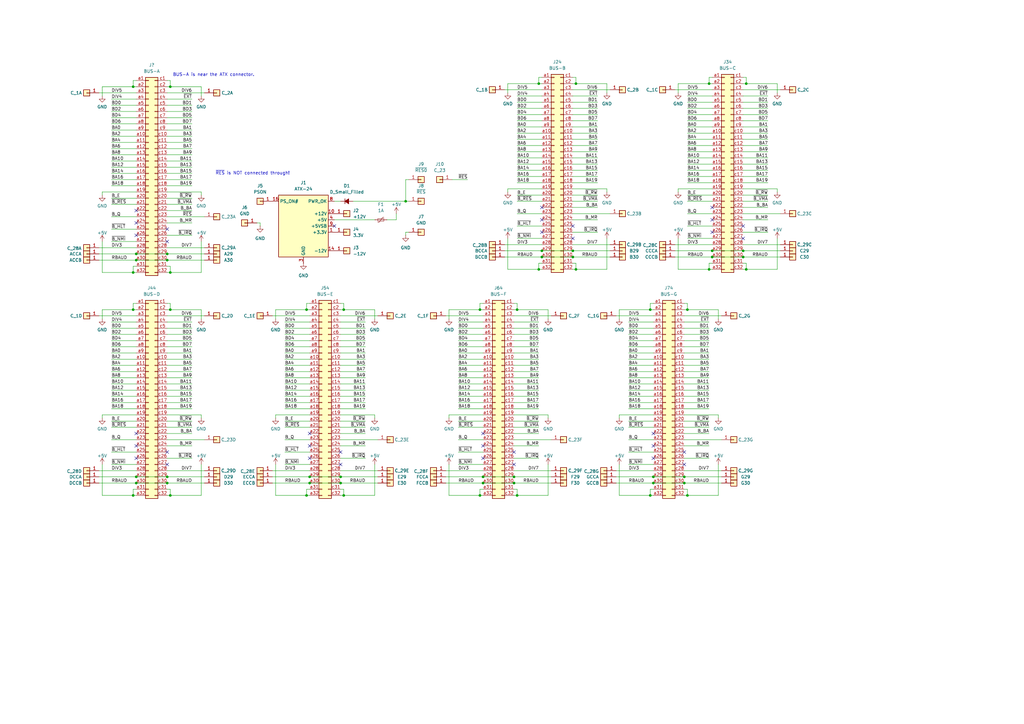
<source format=kicad_sch>
(kicad_sch (version 20231120) (generator "eeschema") (generator_version "8.0")
  (paper "A3")
  (title_block (title "CPU09BP7") (date "2025-01-31") (rev "v1.0") (company "100% Offner") (comment 1 "redraw from kees1948 FLEX and UniFLEX System"))
  (junction (at 68.58 198.12))
  (junction (at 222.25 102.87))
  (junction (at 140.97 203.2))
  (junction (at 55.88 104.14))
  (junction (at 140.97 127))
  (junction (at 69.85 127))
  (junction (at 267.97 198.12))
  (junction (at 267.97 195.58))
  (junction (at 290.83 34.29))
  (junction (at 55.88 198.12))
  (junction (at 292.1 102.87))
  (junction (at 280.67 195.58))
  (junction (at 54.61 35.56))
  (junction (at 54.61 127))
  (junction (at 280.67 198.12))
  (junction (at 139.7 198.12))
  (junction (at 304.8 102.87))
  (junction (at 69.85 203.2))
  (junction (at 306.07 110.49))
  (junction (at 127 195.58))
  (junction (at 198.12 195.58))
  (junction (at 54.61 203.2))
  (junction (at 69.85 111.76))
  (junction (at 212.09 127))
  (junction (at 196.85 203.2))
  (junction (at 281.94 203.2))
  (junction (at 212.09 203.2))
  (junction (at 236.22 34.29))
  (junction (at 210.82 198.12))
  (junction (at 281.94 127))
  (junction (at 290.83 110.49))
  (junction (at 68.58 104.14))
  (junction (at 139.7 195.58))
  (junction (at 266.7 203.2))
  (junction (at 210.82 195.58))
  (junction (at 54.61 111.76))
  (junction (at 127 198.12))
  (junction (at 125.73 203.2))
  (junction (at 234.95 102.87))
  (junction (at 55.88 106.68))
  (junction (at 220.98 110.49))
  (junction (at 68.58 106.68))
  (junction (at 236.22 110.49))
  (junction (at 196.85 127))
  (junction (at 220.98 34.29))
  (junction (at 55.88 195.58))
  (junction (at 222.25 105.41))
  (junction (at 198.12 198.12))
  (junction (at 306.07 34.29))
  (junction (at 266.7 127))
  (junction (at 234.95 105.41))
  (junction (at 166.37 82.55))
  (junction (at 125.73 127))
  (junction (at 304.8 105.41))
  (junction (at 68.58 195.58))
  (junction (at 292.1 105.41))
  (junction (at 69.85 35.56))
  (no_connect (at 304.8 97.79))
  (no_connect (at 127 182.88))
  (no_connect (at 280.67 185.42))
  (no_connect (at 267.97 177.8))
  (no_connect (at 137.16 92.71))
  (no_connect (at 55.88 187.96))
  (no_connect (at 304.8 92.71))
  (no_connect (at 234.95 92.71))
  (no_connect (at 267.97 182.88))
  (no_connect (at 210.82 190.5))
  (no_connect (at 55.88 182.88))
  (no_connect (at 222.25 85.09))
  (no_connect (at 55.88 91.44))
  (no_connect (at 267.97 187.96))
  (no_connect (at 68.58 190.5))
  (no_connect (at 127 177.8))
  (no_connect (at 68.58 99.06))
  (no_connect (at 292.1 85.09))
  (no_connect (at 222.25 90.17))
  (no_connect (at 55.88 96.52))
  (no_connect (at 55.88 177.8))
  (no_connect (at 139.7 190.5))
  (no_connect (at 234.95 97.79))
  (no_connect (at 198.12 177.8))
  (no_connect (at 210.82 185.42))
  (no_connect (at 292.1 90.17))
  (no_connect (at 280.67 190.5))
  (no_connect (at 55.88 86.36))
  (no_connect (at 127 187.96))
  (no_connect (at 198.12 182.88))
  (no_connect (at 68.58 185.42))
  (no_connect (at 292.1 95.25))
  (no_connect (at 139.7 185.42))
  (no_connect (at 68.58 93.98))
  (no_connect (at 222.25 95.25))
  (no_connect (at 198.12 187.96))
  (wire (pts (xy 210.82 142.24) (xy 220.98 142.24)))
  (wire (pts (xy 54.61 127) (xy 55.88 127)))
  (wire (pts (xy 290.83 110.49) (xy 278.13 110.49)))
  (wire (pts (xy 68.58 182.88) (xy 78.74 182.88)))
  (wire (pts (xy 276.86 100.33) (xy 292.1 100.33)))
  (wire (pts (xy 139.7 193.04) (xy 154.94 193.04)))
  (wire (pts (xy 45.72 154.94) (xy 55.88 154.94)))
  (wire (pts (xy 45.72 180.34) (xy 55.88 180.34)))
  (wire (pts (xy 212.09 62.23) (xy 222.25 62.23)))
  (wire (pts (xy 139.7 154.94) (xy 149.86 154.94)))
  (wire (pts (xy 45.72 134.62) (xy 55.88 134.62)))
  (wire (pts (xy 281.94 82.55) (xy 292.1 82.55)))
  (wire (pts (xy 212.09 82.55) (xy 222.25 82.55)))
  (wire (pts (xy 234.95 87.63) (xy 250.19 87.63)))
  (wire (pts (xy 304.8 82.55) (xy 314.96 82.55)))
  (wire (pts (xy 45.72 144.78) (xy 55.88 144.78)))
  (wire (pts (xy 210.82 162.56) (xy 220.98 162.56)))
  (wire (pts (xy 212.09 52.07) (xy 222.25 52.07)))
  (wire (pts (xy 68.58 76.2) (xy 78.74 76.2)))
  (wire (pts (xy 68.58 45.72) (xy 78.74 45.72)))
  (wire (pts (xy 41.91 111.76) (xy 41.91 99.06)))
  (wire (pts (xy 45.72 149.86) (xy 55.88 149.86)))
  (wire (pts (xy 234.95 39.37) (xy 245.11 39.37)))
  (wire (pts (xy 45.72 172.72) (xy 55.88 172.72)))
  (wire (pts (xy 68.58 187.96) (xy 78.74 187.96)))
  (wire (pts (xy 220.98 110.49) (xy 208.28 110.49)))
  (wire (pts (xy 254 170.18) (xy 267.97 170.18)))
  (wire (pts (xy 257.81 185.42) (xy 267.97 185.42)))
  (wire (pts (xy 68.58 50.8) (xy 78.74 50.8)))
  (wire (pts (xy 68.58 63.5) (xy 78.74 63.5)))
  (wire (pts (xy 116.84 185.42) (xy 127 185.42)))
  (wire (pts (xy 280.67 187.96) (xy 290.83 187.96)))
  (wire (pts (xy 210.82 157.48) (xy 220.98 157.48)))
  (wire (pts (xy 68.58 142.24) (xy 78.74 142.24)))
  (wire (pts (xy 68.58 53.34) (xy 78.74 53.34)))
  (wire (pts (xy 41.91 35.56) (xy 41.91 39.37)))
  (wire (pts (xy 208.28 77.47) (xy 208.28 78.74)))
  (wire (pts (xy 281.94 127) (xy 294.64 127)))
  (wire (pts (xy 68.58 48.26) (xy 78.74 48.26)))
  (wire (pts (xy 210.82 198.12) (xy 226.06 198.12)))
  (wire (pts (xy 68.58 152.4) (xy 78.74 152.4)))
  (wire (pts (xy 68.58 134.62) (xy 78.74 134.62)))
  (wire (pts (xy 140.97 124.46) (xy 140.97 127)))
  (wire (pts (xy 280.67 137.16) (xy 290.83 137.16)))
  (wire (pts (xy 210.82 167.64) (xy 220.98 167.64)))
  (wire (pts (xy 212.09 46.99) (xy 222.25 46.99)))
  (wire (pts (xy 68.58 38.1) (xy 83.82 38.1)))
  (wire (pts (xy 54.61 200.66) (xy 54.61 203.2)))
  (wire (pts (xy 69.85 124.46) (xy 69.85 127)))
  (wire (pts (xy 68.58 144.78) (xy 78.74 144.78)))
  (wire (pts (xy 276.86 105.41) (xy 292.1 105.41)))
  (wire (pts (xy 68.58 109.22) (xy 69.85 109.22)))
  (wire (pts (xy 234.95 67.31) (xy 245.11 67.31)))
  (wire (pts (xy 166.37 96.52) (xy 166.37 95.25)))
  (wire (pts (xy 139.7 182.88) (xy 149.86 182.88)))
  (wire (pts (xy 234.95 49.53) (xy 245.11 49.53)))
  (wire (pts (xy 187.96 172.72) (xy 198.12 172.72)))
  (wire (pts (xy 182.88 198.12) (xy 198.12 198.12)))
  (wire (pts (xy 210.82 144.78) (xy 220.98 144.78)))
  (wire (pts (xy 234.95 57.15) (xy 245.11 57.15)))
  (wire (pts (xy 257.81 172.72) (xy 267.97 172.72)))
  (wire (pts (xy 280.67 170.18) (xy 294.64 170.18)))
  (wire (pts (xy 281.94 54.61) (xy 292.1 54.61)))
  (wire (pts (xy 45.72 68.58) (xy 55.88 68.58)))
  (wire (pts (xy 187.96 137.16) (xy 198.12 137.16)))
  (wire (pts (xy 139.7 137.16) (xy 149.86 137.16)))
  (wire (pts (xy 280.67 182.88) (xy 290.83 182.88)))
  (wire (pts (xy 234.95 100.33) (xy 250.19 100.33)))
  (wire (pts (xy 234.95 44.45) (xy 245.11 44.45)))
  (wire (pts (xy 290.83 34.29) (xy 292.1 34.29)))
  (wire (pts (xy 45.72 132.08) (xy 55.88 132.08)))
  (wire (pts (xy 182.88 129.54) (xy 198.12 129.54)))
  (wire (pts (xy 111.76 193.04) (xy 127 193.04)))
  (wire (pts (xy 196.85 200.66) (xy 196.85 203.2)))
  (wire (pts (xy 116.84 167.64) (xy 127 167.64)))
  (wire (pts (xy 82.55 170.18) (xy 82.55 171.45)))
  (wire (pts (xy 304.8 80.01) (xy 314.96 80.01)))
  (wire (pts (xy 139.7 203.2) (xy 140.97 203.2)))
  (wire (pts (xy 45.72 45.72) (xy 55.88 45.72)))
  (wire (pts (xy 68.58 198.12) (xy 83.82 198.12)))
  (wire (pts (xy 68.58 154.94) (xy 78.74 154.94)))
  (wire (pts (xy 212.09 127) (xy 224.79 127)))
  (wire (pts (xy 45.72 175.26) (xy 55.88 175.26)))
  (wire (pts (xy 45.72 139.7) (xy 55.88 139.7)))
  (wire (pts (xy 212.09 92.71) (xy 222.25 92.71)))
  (wire (pts (xy 41.91 127) (xy 41.91 130.81)))
  (wire (pts (xy 54.61 35.56) (xy 55.88 35.56)))
  (wire (pts (xy 139.7 134.62) (xy 149.86 134.62)))
  (wire (pts (xy 139.7 175.26) (xy 149.86 175.26)))
  (wire (pts (xy 125.73 124.46) (xy 125.73 127)))
  (wire (pts (xy 234.95 54.61) (xy 245.11 54.61)))
  (wire (pts (xy 116.84 180.34) (xy 127 180.34)))
  (wire (pts (xy 257.81 162.56) (xy 267.97 162.56)))
  (wire (pts (xy 212.09 87.63) (xy 222.25 87.63)))
  (wire (pts (xy 220.98 34.29) (xy 222.25 34.29)))
  (wire (pts (xy 280.67 162.56) (xy 290.83 162.56)))
  (wire (pts (xy 290.83 31.75) (xy 290.83 34.29)))
  (wire (pts (xy 234.95 90.17) (xy 245.11 90.17)))
  (wire (pts (xy 116.84 154.94) (xy 127 154.94)))
  (wire (pts (xy 267.97 203.2) (xy 266.7 203.2)))
  (wire (pts (xy 139.7 147.32) (xy 149.86 147.32)))
  (wire (pts (xy 139.7 139.7) (xy 149.86 139.7)))
  (wire (pts (xy 254 203.2) (xy 254 190.5)))
  (wire (pts (xy 280.67 177.8) (xy 290.83 177.8)))
  (wire (pts (xy 184.15 170.18) (xy 198.12 170.18)))
  (wire (pts (xy 210.82 187.96) (xy 220.98 187.96)))
  (wire (pts (xy 55.88 111.76) (xy 54.61 111.76)))
  (wire (pts (xy 257.81 152.4) (xy 267.97 152.4)))
  (wire (pts (xy 222.25 107.95) (xy 220.98 107.95)))
  (wire (pts (xy 139.7 198.12) (xy 154.94 198.12)))
  (wire (pts (xy 140.97 203.2) (xy 153.67 203.2)))
  (wire (pts (xy 139.7 129.54) (xy 154.94 129.54)))
  (wire (pts (xy 212.09 59.69) (xy 222.25 59.69)))
  (wire (pts (xy 210.82 175.26) (xy 220.98 175.26)))
  (wire (pts (xy 69.85 35.56) (xy 68.58 35.56)))
  (wire (pts (xy 139.7 152.4) (xy 149.86 152.4)))
  (wire (pts (xy 280.67 154.94) (xy 290.83 154.94)))
  (wire (pts (xy 45.72 73.66) (xy 55.88 73.66)))
  (wire (pts (xy 198.12 203.2) (xy 196.85 203.2)))
  (wire (pts (xy 280.67 144.78) (xy 290.83 144.78)))
  (wire (pts (xy 210.82 124.46) (xy 212.09 124.46)))
  (wire (pts (xy 68.58 203.2) (xy 69.85 203.2)))
  (wire (pts (xy 212.09 97.79) (xy 222.25 97.79)))
  (wire (pts (xy 281.94 64.77) (xy 292.1 64.77)))
  (wire (pts (xy 127 203.2) (xy 125.73 203.2)))
  (wire (pts (xy 290.83 107.95) (xy 290.83 110.49)))
  (wire (pts (xy 304.8 49.53) (xy 314.96 49.53)))
  (wire (pts (xy 280.67 175.26) (xy 290.83 175.26)))
  (wire (pts (xy 276.86 36.83) (xy 292.1 36.83)))
  (wire (pts (xy 68.58 58.42) (xy 78.74 58.42)))
  (wire (pts (xy 45.72 71.12) (xy 55.88 71.12)))
  (wire (pts (xy 210.82 134.62) (xy 220.98 134.62)))
  (wire (pts (xy 139.7 167.64) (xy 149.86 167.64)))
  (wire (pts (xy 187.96 142.24) (xy 198.12 142.24)))
  (wire (pts (xy 267.97 200.66) (xy 266.7 200.66)))
  (wire (pts (xy 45.72 157.48) (xy 55.88 157.48)))
  (wire (pts (xy 127 198.12) (xy 139.7 198.12)))
  (wire (pts (xy 266.7 124.46) (xy 266.7 127)))
  (wire (pts (xy 41.91 78.74) (xy 55.88 78.74)))
  (wire (pts (xy 116.84 132.08) (xy 127 132.08)))
  (wire (pts (xy 224.79 203.2) (xy 224.79 190.5)))
  (wire (pts (xy 68.58 149.86) (xy 78.74 149.86)))
  (wire (pts (xy 184.15 170.18) (xy 184.15 171.45)))
  (wire (pts (xy 68.58 200.66) (xy 69.85 200.66)))
  (wire (pts (xy 222.25 110.49) (xy 220.98 110.49)))
  (wire (pts (xy 234.95 62.23) (xy 245.11 62.23)))
  (wire (pts (xy 68.58 193.04) (xy 83.82 193.04)))
  (wire (pts (xy 212.09 72.39) (xy 222.25 72.39)))
  (wire (pts (xy 68.58 180.34) (xy 83.82 180.34)))
  (wire (pts (xy 234.95 36.83) (xy 250.19 36.83)))
  (wire (pts (xy 45.72 162.56) (xy 55.88 162.56)))
  (wire (pts (xy 280.67 147.32) (xy 290.83 147.32)))
  (wire (pts (xy 45.72 76.2) (xy 55.88 76.2)))
  (wire (pts (xy 234.95 80.01) (xy 245.11 80.01)))
  (wire (pts (xy 198.12 195.58) (xy 210.82 195.58)))
  (wire (pts (xy 257.81 134.62) (xy 267.97 134.62)))
  (wire (pts (xy 278.13 34.29) (xy 278.13 38.1)))
  (wire (pts (xy 55.88 106.68) (xy 68.58 106.68)))
  (wire (pts (xy 153.67 127) (xy 153.67 130.81)))
  (wire (pts (xy 55.88 198.12) (xy 68.58 198.12)))
  (wire (pts (xy 210.82 165.1) (xy 220.98 165.1)))
  (wire (pts (xy 212.09 200.66) (xy 212.09 203.2)))
  (wire (pts (xy 45.72 81.28) (xy 55.88 81.28)))
  (wire (pts (xy 207.01 36.83) (xy 222.25 36.83)))
  (wire (pts (xy 55.88 104.14) (xy 68.58 104.14)))
  (wire (pts (xy 139.7 200.66) (xy 140.97 200.66)))
  (wire (pts (xy 45.72 43.18) (xy 55.88 43.18)))
  (wire (pts (xy 304.8 69.85) (xy 314.96 69.85)))
  (wire (pts (xy 304.8 31.75) (xy 306.07 31.75)))
  (wire (pts (xy 234.95 110.49) (xy 236.22 110.49)))
  (wire (pts (xy 54.61 127) (xy 41.91 127)))
  (wire (pts (xy 187.96 132.08) (xy 198.12 132.08)))
  (wire (pts (xy 198.12 198.12) (xy 210.82 198.12)))
  (wire (pts (xy 187.96 175.26) (xy 198.12 175.26)))
  (wire (pts (xy 304.8 36.83) (xy 320.04 36.83)))
  (wire (pts (xy 40.64 198.12) (xy 55.88 198.12)))
  (wire (pts (xy 82.55 78.74) (xy 82.55 80.01)))
  (wire (pts (xy 208.28 34.29) (xy 208.28 38.1)))
  (wire (pts (xy 280.67 167.64) (xy 290.83 167.64)))
  (wire (pts (xy 54.61 35.56) (xy 41.91 35.56)))
  (wire (pts (xy 139.7 172.72) (xy 149.86 172.72)))
  (wire (pts (xy 220.98 31.75) (xy 220.98 34.29)))
  (wire (pts (xy 40.64 101.6) (xy 55.88 101.6)))
  (wire (pts (xy 304.8 95.25) (xy 314.96 95.25)))
  (wire (pts (xy 281.94 49.53) (xy 292.1 49.53)))
  (wire (pts (xy 40.64 106.68) (xy 55.88 106.68)))
  (wire (pts (xy 280.67 160.02) (xy 290.83 160.02)))
  (wire (pts (xy 234.95 77.47) (xy 248.92 77.47)))
  (wire (pts (xy 294.64 170.18) (xy 294.64 171.45)))
  (wire (pts (xy 41.91 203.2) (xy 41.91 190.5)))
  (wire (pts (xy 234.95 74.93) (xy 245.11 74.93)))
  (wire (pts (xy 40.64 195.58) (xy 55.88 195.58)))
  (wire (pts (xy 281.94 46.99) (xy 292.1 46.99)))
  (wire (pts (xy 116.84 165.1) (xy 127 165.1)))
  (wire (pts (xy 187.96 157.48) (xy 198.12 157.48)))
  (wire (pts (xy 212.09 124.46) (xy 212.09 127)))
  (wire (pts (xy 207.01 100.33) (xy 222.25 100.33)))
  (wire (pts (xy 187.96 160.02) (xy 198.12 160.02)))
  (wire (pts (xy 281.94 74.93) (xy 292.1 74.93)))
  (wire (pts (xy 304.8 100.33) (xy 320.04 100.33)))
  (wire (pts (xy 55.88 203.2) (xy 54.61 203.2)))
  (wire (pts (xy 280.67 152.4) (xy 290.83 152.4)))
  (wire (pts (xy 41.91 78.74) (xy 41.91 80.01)))
  (wire (pts (xy 45.72 83.82) (xy 55.88 83.82)))
  (wire (pts (xy 292.1 110.49) (xy 290.83 110.49)))
  (wire (pts (xy 304.8 46.99) (xy 314.96 46.99)))
  (wire (pts (xy 139.7 142.24) (xy 149.86 142.24)))
  (wire (pts (xy 281.94 97.79) (xy 292.1 97.79)))
  (wire (pts (xy 68.58 195.58) (xy 83.82 195.58)))
  (wire (pts (xy 234.95 59.69) (xy 245.11 59.69)))
  (wire (pts (xy 254 127) (xy 254 130.81)))
  (wire (pts (xy 68.58 165.1) (xy 78.74 165.1)))
  (wire (pts (xy 280.67 165.1) (xy 290.83 165.1)))
  (wire (pts (xy 280.67 129.54) (xy 295.91 129.54)))
  (wire (pts (xy 187.96 134.62) (xy 198.12 134.62)))
  (wire (pts (xy 281.94 92.71) (xy 292.1 92.71)))
  (wire (pts (xy 212.09 49.53) (xy 222.25 49.53)))
  (wire (pts (xy 210.82 195.58) (xy 226.06 195.58)))
  (wire (pts (xy 210.82 180.34) (xy 226.06 180.34)))
  (wire (pts (xy 304.8 62.23) (xy 314.96 62.23)))
  (wire (pts (xy 45.72 142.24) (xy 55.88 142.24)))
  (wire (pts (xy 45.72 60.96) (xy 55.88 60.96)))
  (wire (pts (xy 40.64 38.1) (xy 55.88 38.1)))
  (wire (pts (xy 257.81 157.48) (xy 267.97 157.48)))
  (wire (pts (xy 280.67 195.58) (xy 295.91 195.58)))
  (wire (pts (xy 162.56 87.63) (xy 162.56 90.17)))
  (wire (pts (xy 139.7 157.48) (xy 149.86 157.48)))
  (wire (pts (xy 281.94 39.37) (xy 292.1 39.37)))
  (wire (pts (xy 113.03 170.18) (xy 113.03 171.45)))
  (wire (pts (xy 234.95 31.75) (xy 236.22 31.75)))
  (wire (pts (xy 68.58 96.52) (xy 78.74 96.52)))
  (wire (pts (xy 116.84 134.62) (xy 127 134.62)))
  (wire (pts (xy 294.64 127) (xy 294.64 130.81)))
  (wire (pts (xy 212.09 41.91) (xy 222.25 41.91)))
  (wire (pts (xy 69.85 111.76) (xy 82.55 111.76)))
  (wire (pts (xy 139.7 132.08) (xy 149.86 132.08)))
  (wire (pts (xy 208.28 110.49) (xy 208.28 97.79)))
  (wire (pts (xy 207.01 102.87) (xy 222.25 102.87)))
  (wire (pts (xy 257.81 154.94) (xy 267.97 154.94)))
  (wire (pts (xy 54.61 109.22) (xy 54.61 111.76)))
  (wire (pts (xy 158.75 90.17) (xy 162.56 90.17)))
  (wire (pts (xy 304.8 105.41) (xy 320.04 105.41)))
  (wire (pts (xy 257.81 142.24) (xy 267.97 142.24)))
  (wire (pts (xy 187.96 144.78) (xy 198.12 144.78)))
  (wire (pts (xy 304.8 90.17) (xy 314.96 90.17)))
  (wire (pts (xy 125.73 200.66) (xy 125.73 203.2)))
  (wire (pts (xy 68.58 91.44) (xy 78.74 91.44)))
  (wire (pts (xy 281.94 67.31) (xy 292.1 67.31)))
  (wire (pts (xy 234.95 52.07) (xy 245.11 52.07)))
  (wire (pts (xy 187.96 147.32) (xy 198.12 147.32)))
  (wire (pts (xy 267.97 195.58) (xy 280.67 195.58)))
  (wire (pts (xy 281.94 44.45) (xy 292.1 44.45)))
  (wire (pts (xy 304.8 52.07) (xy 314.96 52.07)))
  (wire (pts (xy 68.58 160.02) (xy 78.74 160.02)))
  (wire (pts (xy 116.84 142.24) (xy 127 142.24)))
  (wire (pts (xy 212.09 44.45) (xy 222.25 44.45)))
  (wire (pts (xy 68.58 129.54) (xy 83.82 129.54)))
  (wire (pts (xy 68.58 167.64) (xy 78.74 167.64)))
  (wire (pts (xy 139.7 160.02) (xy 149.86 160.02)))
  (wire (pts (xy 234.95 41.91) (xy 245.11 41.91)))
  (wire (pts (xy 55.88 200.66) (xy 54.61 200.66)))
  (wire (pts (xy 236.22 34.29) (xy 234.95 34.29)))
  (wire (pts (xy 281.94 72.39) (xy 292.1 72.39)))
  (wire (pts (xy 280.67 134.62) (xy 290.83 134.62)))
  (wire (pts (xy 45.72 40.64) (xy 55.88 40.64)))
  (wire (pts (xy 140.97 127) (xy 139.7 127)))
  (wire (pts (xy 45.72 99.06) (xy 55.88 99.06)))
  (wire (pts (xy 222.25 105.41) (xy 234.95 105.41)))
  (wire (pts (xy 234.95 102.87) (xy 250.19 102.87)))
  (wire (pts (xy 187.96 149.86) (xy 198.12 149.86)))
  (wire (pts (xy 116.84 144.78) (xy 127 144.78)))
  (wire (pts (xy 267.97 124.46) (xy 266.7 124.46)))
  (wire (pts (xy 113.03 170.18) (xy 127 170.18)))
  (wire (pts (xy 220.98 34.29) (xy 208.28 34.29)))
  (wire (pts (xy 139.7 144.78) (xy 149.86 144.78)))
  (wire (pts (xy 281.94 80.01) (xy 292.1 80.01)))
  (wire (pts (xy 82.55 203.2) (xy 82.55 190.5)))
  (wire (pts (xy 281.94 127) (xy 280.67 127)))
  (wire (pts (xy 139.7 170.18) (xy 153.67 170.18)))
  (wire (pts (xy 55.88 195.58) (xy 68.58 195.58)))
  (wire (pts (xy 116.84 149.86) (xy 127 149.86)))
  (wire (pts (xy 116.84 162.56) (xy 127 162.56)))
  (wire (pts (xy 45.72 66.04) (xy 55.88 66.04)))
  (wire (pts (xy 292.1 105.41) (xy 304.8 105.41)))
  (wire (pts (xy 281.94 124.46) (xy 281.94 127)))
  (wire (pts (xy 198.12 200.66) (xy 196.85 200.66)))
  (wire (pts (xy 290.83 34.29) (xy 278.13 34.29)))
  (wire (pts (xy 210.82 137.16) (xy 220.98 137.16)))
  (wire (pts (xy 187.96 162.56) (xy 198.12 162.56)))
  (wire (pts (xy 45.72 63.5) (xy 55.88 63.5)))
  (wire (pts (xy 139.7 162.56) (xy 149.86 162.56)))
  (wire (pts (xy 207.01 105.41) (xy 222.25 105.41)))
  (wire (pts (xy 318.77 34.29) (xy 318.77 38.1)))
  (wire (pts (xy 306.07 110.49) (xy 318.77 110.49)))
  (wire (pts (xy 212.09 203.2) (xy 224.79 203.2)))
  (wire (pts (xy 187.96 167.64) (xy 198.12 167.64)))
  (wire (pts (xy 257.81 137.16) (xy 267.97 137.16)))
  (wire (pts (xy 139.7 180.34) (xy 154.94 180.34)))
  (wire (pts (xy 212.09 67.31) (xy 222.25 67.31)))
  (wire (pts (xy 304.8 59.69) (xy 314.96 59.69)))
  (wire (pts (xy 55.88 124.46) (xy 54.61 124.46)))
  (wire (pts (xy 184.15 203.2) (xy 184.15 190.5)))
  (wire (pts (xy 257.81 132.08) (xy 267.97 132.08)))
  (wire (pts (xy 280.67 172.72) (xy 290.83 172.72)))
  (wire (pts (xy 69.85 203.2) (xy 82.55 203.2)))
  (wire (pts (xy 41.91 170.18) (xy 41.91 171.45)))
  (wire (pts (xy 234.95 72.39) (xy 245.11 72.39)))
  (wire (pts (xy 40.64 193.04) (xy 55.88 193.04)))
  (wire (pts (xy 68.58 71.12) (xy 78.74 71.12)))
  (wire (pts (xy 45.72 93.98) (xy 55.88 93.98)))
  (wire (pts (xy 41.91 170.18) (xy 55.88 170.18)))
  (wire (pts (xy 304.8 87.63) (xy 320.04 87.63)))
  (wire (pts (xy 139.7 149.86) (xy 149.86 149.86)))
  (wire (pts (xy 55.88 33.02) (xy 54.61 33.02)))
  (wire (pts (xy 68.58 43.18) (xy 78.74 43.18)))
  (wire (pts (xy 68.58 137.16) (xy 78.74 137.16)))
  (wire (pts (xy 257.81 149.86) (xy 267.97 149.86)))
  (wire (pts (xy 68.58 86.36) (xy 78.74 86.36)))
  (wire (pts (xy 68.58 66.04) (xy 78.74 66.04)))
  (wire (pts (xy 69.85 109.22) (xy 69.85 111.76)))
  (wire (pts (xy 187.96 139.7) (xy 198.12 139.7)))
  (wire (pts (xy 210.82 182.88) (xy 220.98 182.88)))
  (wire (pts (xy 281.94 62.23) (xy 292.1 62.23)))
  (wire (pts (xy 111.76 129.54) (xy 127 129.54)))
  (wire (pts (xy 68.58 33.02) (xy 69.85 33.02)))
  (wire (pts (xy 153.67 90.17) (xy 137.16 90.17)))
  (wire (pts (xy 54.61 203.2) (xy 41.91 203.2)))
  (wire (pts (xy 210.82 200.66) (xy 212.09 200.66)))
  (wire (pts (xy 304.8 67.31) (xy 314.96 67.31)))
  (wire (pts (xy 106.68 92.71) (xy 106.68 91.44)))
  (wire (pts (xy 196.85 124.46) (xy 196.85 127)))
  (wire (pts (xy 280.67 132.08) (xy 290.83 132.08)))
  (wire (pts (xy 248.92 34.29) (xy 248.92 38.1)))
  (wire (pts (xy 212.09 57.15) (xy 222.25 57.15)))
  (wire (pts (xy 280.67 149.86) (xy 290.83 149.86)))
  (wire (pts (xy 82.55 35.56) (xy 82.55 39.37)))
  (wire (pts (xy 68.58 73.66) (xy 78.74 73.66)))
  (wire (pts (xy 234.95 85.09) (xy 245.11 85.09)))
  (wire (pts (xy 68.58 81.28) (xy 78.74 81.28)))
  (wire (pts (xy 304.8 54.61) (xy 314.96 54.61)))
  (wire (pts (xy 116.84 152.4) (xy 127 152.4)))
  (wire (pts (xy 304.8 74.93) (xy 314.96 74.93)))
  (wire (pts (xy 212.09 127) (xy 210.82 127)))
  (wire (pts (xy 280.67 139.7) (xy 290.83 139.7)))
  (wire (pts (xy 304.8 39.37) (xy 314.96 39.37)))
  (wire (pts (xy 236.22 107.95) (xy 236.22 110.49)))
  (wire (pts (xy 139.7 177.8) (xy 149.86 177.8)))
  (wire (pts (xy 266.7 127) (xy 267.97 127)))
  (wire (pts (xy 280.67 124.46) (xy 281.94 124.46)))
  (wire (pts (xy 116.84 157.48) (xy 127 157.48)))
  (wire (pts (xy 280.67 180.34) (xy 295.91 180.34)))
  (wire (pts (xy 68.58 170.18) (xy 82.55 170.18)))
  (wire (pts (xy 281.94 52.07) (xy 292.1 52.07)))
  (wire (pts (xy 257.81 180.34) (xy 267.97 180.34)))
  (wire (pts (xy 281.94 87.63) (xy 292.1 87.63)))
  (wire (pts (xy 266.7 203.2) (xy 254 203.2)))
  (wire (pts (xy 281.94 203.2) (xy 294.64 203.2)))
  (wire (pts (xy 68.58 68.58) (xy 78.74 68.58)))
  (wire (pts (xy 234.95 46.99) (xy 245.11 46.99)))
  (wire (pts (xy 153.67 203.2) (xy 153.67 190.5)))
  (wire (pts (xy 210.82 172.72) (xy 220.98 172.72)))
  (wire (pts (xy 182.88 193.04) (xy 198.12 193.04)))
  (wire (pts (xy 45.72 152.4) (xy 55.88 152.4)))
  (wire (pts (xy 68.58 88.9) (xy 83.82 88.9)))
  (wire (pts (xy 281.94 69.85) (xy 292.1 69.85)))
  (wire (pts (xy 234.95 107.95) (xy 236.22 107.95)))
  (wire (pts (xy 224.79 127) (xy 224.79 130.81)))
  (wire (pts (xy 45.72 55.88) (xy 55.88 55.88)))
  (wire (pts (xy 257.81 160.02) (xy 267.97 160.02)))
  (wire (pts (xy 280.67 203.2) (xy 281.94 203.2)))
  (wire (pts (xy 125.73 203.2) (xy 113.03 203.2)))
  (wire (pts (xy 54.61 111.76) (xy 41.91 111.76)))
  (wire (pts (xy 222.25 31.75) (xy 220.98 31.75)))
  (wire (pts (xy 45.72 165.1) (xy 55.88 165.1)))
  (wire (pts (xy 40.64 104.14) (xy 55.88 104.14)))
  (wire (pts (xy 45.72 137.16) (xy 55.88 137.16)))
  (wire (pts (xy 166.37 73.66) (xy 166.37 82.55)))
  (wire (pts (xy 153.67 170.18) (xy 153.67 171.45)))
  (wire (pts (xy 257.81 175.26) (xy 267.97 175.26)))
  (wire (pts (xy 210.82 149.86) (xy 220.98 149.86)))
  (wire (pts (xy 45.72 50.8) (xy 55.88 50.8)))
  (wire (pts (xy 196.85 203.2) (xy 184.15 203.2)))
  (wire (pts (xy 139.7 187.96) (xy 149.86 187.96)))
  (wire (pts (xy 68.58 60.96) (xy 78.74 60.96)))
  (wire (pts (xy 278.13 77.47) (xy 292.1 77.47)))
  (wire (pts (xy 252.73 198.12) (xy 267.97 198.12)))
  (wire (pts (xy 187.96 154.94) (xy 198.12 154.94)))
  (wire (pts (xy 116.84 137.16) (xy 127 137.16)))
  (wire (pts (xy 68.58 175.26) (xy 78.74 175.26)))
  (wire (pts (xy 68.58 40.64) (xy 78.74 40.64)))
  (wire (pts (xy 187.96 165.1) (xy 198.12 165.1)))
  (wire (pts (xy 68.58 101.6) (xy 83.82 101.6)))
  (wire (pts (xy 127 124.46) (xy 125.73 124.46)))
  (wire (pts (xy 45.72 147.32) (xy 55.88 147.32)))
  (wire (pts (xy 212.09 69.85) (xy 222.25 69.85)))
  (wire (pts (xy 69.85 33.02) (xy 69.85 35.56)))
  (wire (pts (xy 234.95 64.77) (xy 245.11 64.77)))
  (wire (pts (xy 113.03 127) (xy 113.03 130.81)))
  (wire (pts (xy 281.94 41.91) (xy 292.1 41.91)))
  (wire (pts (xy 116.84 139.7) (xy 127 139.7)))
  (wire (pts (xy 116.84 147.32) (xy 127 147.32)))
  (wire (pts (xy 257.81 139.7) (xy 267.97 139.7)))
  (wire (pts (xy 68.58 162.56) (xy 78.74 162.56)))
  (wire (pts (xy 210.82 154.94) (xy 220.98 154.94)))
  (wire (pts (xy 106.68 91.44) (xy 105.41 91.44)))
  (wire (pts (xy 187.96 190.5) (xy 198.12 190.5)))
  (wire (pts (xy 266.7 200.66) (xy 266.7 203.2)))
  (wire (pts (xy 68.58 106.68) (xy 83.82 106.68)))
  (wire (pts (xy 187.96 185.42) (xy 198.12 185.42)))
  (wire (pts (xy 280.67 200.66) (xy 281.94 200.66)))
  (wire (pts (xy 212.09 74.93) (xy 222.25 74.93)))
  (wire (pts (xy 210.82 152.4) (xy 220.98 152.4)))
  (wire (pts (xy 252.73 195.58) (xy 267.97 195.58)))
  (wire (pts (xy 304.8 107.95) (xy 306.07 107.95)))
  (wire (pts (xy 116.84 175.26) (xy 127 175.26)))
  (wire (pts (xy 248.92 110.49) (xy 248.92 97.79)))
  (wire (pts (xy 140.97 127) (xy 153.67 127)))
  (wire (pts (xy 166.37 95.25) (xy 167.64 95.25)))
  (wire (pts (xy 220.98 107.95) (xy 220.98 110.49)))
  (wire (pts (xy 281.94 59.69) (xy 292.1 59.69)))
  (wire (pts (xy 187.96 180.34) (xy 198.12 180.34)))
  (wire (pts (xy 187.96 152.4) (xy 198.12 152.4)))
  (wire (pts (xy 280.67 157.48) (xy 290.83 157.48)))
  (wire (pts (xy 68.58 78.74) (xy 82.55 78.74)))
  (wire (pts (xy 68.58 177.8) (xy 78.74 177.8)))
  (wire (pts (xy 212.09 39.37) (xy 222.25 39.37)))
  (wire (pts (xy 68.58 132.08) (xy 78.74 132.08)))
  (wire (pts (xy 68.58 124.46) (xy 69.85 124.46)))
  (wire (pts (xy 69.85 200.66) (xy 69.85 203.2)))
  (wire (pts (xy 69.85 127) (xy 68.58 127)))
  (wire (pts (xy 68.58 172.72) (xy 78.74 172.72)))
  (wire (pts (xy 184.15 127) (xy 184.15 130.81)))
  (wire (pts (xy 304.8 44.45) (xy 314.96 44.45)))
  (wire (pts (xy 267.97 198.12) (xy 280.67 198.12)))
  (wire (pts (xy 234.95 82.55) (xy 245.11 82.55)))
  (wire (pts (xy 257.81 190.5) (xy 267.97 190.5)))
  (wire (pts (xy 208.28 77.47) (xy 222.25 77.47)))
  (wire (pts (xy 116.84 190.5) (xy 127 190.5)))
  (wire (pts (xy 212.09 80.01) (xy 222.25 80.01)))
  (wire (pts (xy 113.03 203.2) (xy 113.03 190.5)))
  (wire (pts (xy 45.72 48.26) (xy 55.88 48.26)))
  (wire (pts (xy 125.73 127) (xy 127 127)))
  (wire (pts (xy 210.82 177.8) (xy 220.98 177.8)))
  (wire (pts (xy 68.58 83.82) (xy 78.74 83.82)))
  (wire (pts (xy 140.97 200.66) (xy 140.97 203.2)))
  (wire (pts (xy 266.7 127) (xy 254 127)))
  (wire (pts (xy 304.8 72.39) (xy 314.96 72.39)))
  (wire (pts (xy 276.86 102.87) (xy 292.1 102.87)))
  (wire (pts (xy 304.8 57.15) (xy 314.96 57.15)))
  (wire (pts (xy 292.1 107.95) (xy 290.83 107.95)))
  (wire (pts (xy 45.72 167.64) (xy 55.88 167.64)))
  (wire (pts (xy 167.64 73.66) (xy 166.37 73.66)))
  (wire (pts (xy 111.76 195.58) (xy 127 195.58)))
  (wire (pts (xy 292.1 102.87) (xy 304.8 102.87)))
  (wire (pts (xy 82.55 111.76) (xy 82.55 99.06)))
  (wire (pts (xy 111.76 198.12) (xy 127 198.12)))
  (wire (pts (xy 306.07 107.95) (xy 306.07 110.49)))
  (wire (pts (xy 139.7 124.46) (xy 140.97 124.46)))
  (wire (pts (xy 234.95 95.25) (xy 245.11 95.25)))
  (wire (pts (xy 116.84 160.02) (xy 127 160.02)))
  (wire (pts (xy 45.72 53.34) (xy 55.88 53.34)))
  (wire (pts (xy 318.77 110.49) (xy 318.77 97.79)))
  (wire (pts (xy 304.8 77.47) (xy 318.77 77.47)))
  (wire (pts (xy 116.84 172.72) (xy 127 172.72)))
  (wire (pts (xy 68.58 139.7) (xy 78.74 139.7)))
  (wire (pts (xy 257.81 165.1) (xy 267.97 165.1)))
  (wire (pts (xy 144.78 82.55) (xy 166.37 82.55)))
  (wire (pts (xy 166.37 82.55) (xy 167.64 82.55)))
  (wire (pts (xy 55.88 109.22) (xy 54.61 109.22)))
  (wire (pts (xy 210.82 170.18) (xy 224.79 170.18)))
  (wire (pts (xy 45.72 88.9) (xy 55.88 88.9)))
  (wire (pts (xy 257.81 167.64) (xy 267.97 167.64)))
  (wire (pts (xy 280.67 198.12) (xy 295.91 198.12)))
  (wire (pts (xy 68.58 147.32) (xy 78.74 147.32)))
  (wire (pts (xy 280.67 142.24) (xy 290.83 142.24)))
  (wire (pts (xy 68.58 104.14) (xy 83.82 104.14)))
  (wire (pts (xy 137.16 82.55) (xy 139.7 82.55)))
  (wire (pts (xy 68.58 157.48) (xy 78.74 157.48)))
  (wire (pts (xy 318.77 77.47) (xy 318.77 78.74)))
  (wire (pts (xy 294.64 203.2) (xy 294.64 190.5)))
  (wire (pts (xy 198.12 124.46) (xy 196.85 124.46)))
  (wire (pts (xy 234.95 69.85) (xy 245.11 69.85)))
  (wire (pts (xy 252.73 129.54) (xy 267.97 129.54)))
  (wire (pts (xy 196.85 127) (xy 184.15 127)))
  (wire (pts (xy 68.58 111.76) (xy 69.85 111.76)))
  (wire (pts (xy 281.94 57.15) (xy 292.1 57.15)))
  (wire (pts (xy 236.22 31.75) (xy 236.22 34.29)))
  (wire (pts (xy 210.82 139.7) (xy 220.98 139.7)))
  (wire (pts (xy 210.82 147.32) (xy 220.98 147.32)))
  (wire (pts (xy 54.61 33.02) (xy 54.61 35.56)))
  (wire (pts (xy 196.85 127) (xy 198.12 127)))
  (wire (pts (xy 210.82 132.08) (xy 220.98 132.08)))
  (wire (pts (xy 306.07 34.29) (xy 318.77 34.29)))
  (wire (pts (xy 281.94 200.66) (xy 281.94 203.2)))
  (wire (pts (xy 182.88 195.58) (xy 198.12 195.58)))
  (wire (pts (xy 69.85 35.56) (xy 82.55 35.56)))
  (wire (pts (xy 212.09 64.77) (xy 222.25 64.77)))
  (wire (pts (xy 304.8 64.77) (xy 314.96 64.77)))
  (wire (pts (xy 257.81 147.32) (xy 267.97 147.32)))
  (wire (pts (xy 69.85 127) (xy 82.55 127)))
  (wire (pts (xy 210.82 203.2) (xy 212.09 203.2)))
  (wire (pts (xy 306.07 34.29) (xy 304.8 34.29)))
  (wire (pts (xy 304.8 102.87) (xy 320.04 102.87)))
  (wire (pts (xy 234.95 105.41) (xy 250.19 105.41)))
  (wire (pts (xy 45.72 185.42) (xy 55.88 185.42)))
  (wire (pts (xy 127 195.58) (xy 139.7 195.58)))
  (wire (pts (xy 236.22 34.29) (xy 248.92 34.29)))
  (wire (pts (xy 210.82 193.04) (xy 226.06 193.04)))
  (wire (pts (xy 82.55 127) (xy 82.55 130.81)))
  (wire (pts (xy 280.67 193.04) (xy 295.91 193.04)))
  (wire (pts (xy 45.72 190.5) (xy 55.88 190.5)))
  (wire (pts (xy 306.07 31.75) (xy 306.07 34.29)))
  (wire (pts (xy 68.58 55.88) (xy 78.74 55.88)))
  (wire (pts (xy 212.09 54.61) (xy 222.25 54.61)))
  (wire (pts (xy 278.13 110.49) (xy 278.13 97.79)))
  (wire (pts (xy 127 200.66) (xy 125.73 200.66)))
  (wire (pts (xy 54.61 124.46) (xy 54.61 127)))
  (wire (pts (xy 139.7 195.58) (xy 154.94 195.58)))
  (wire (pts (xy 304.8 85.09) (xy 314.96 85.09)))
  (wire (pts (xy 210.82 129.54) (xy 226.06 129.54)))
  (wire (pts (xy 252.73 193.04) (xy 267.97 193.04)))
  (wire (pts (xy 292.1 31.75) (xy 290.83 31.75)))
  (wire (pts (xy 254 170.18) (xy 254 171.45)))
  (wire (pts (xy 236.22 110.49) (xy 248.92 110.49)))
  (wire (pts (xy 139.7 165.1) (xy 149.86 165.1)))
  (wire (pts (xy 304.8 41.91) (xy 314.96 41.91)))
  (wire (pts (xy 45.72 160.02) (xy 55.88 160.02)))
  (wire (pts (xy 222.25 102.87) (xy 234.95 102.87)))
  (wire (pts (xy 191.77 73.66) (xy 185.42 73.66)))
  (wire (pts (xy 304.8 110.49) (xy 306.07 110.49)))
  (wire (pts (xy 224.79 170.18) (xy 224.79 171.45)))
  (wire (pts (xy 125.73 127) (xy 113.03 127)))
  (wire (pts (xy 210.82 160.02) (xy 220.98 160.02)))
  (wire (pts (xy 257.81 144.78) (xy 267.97 144.78)))
  (wire (pts (xy 248.92 77.47) (xy 248.92 78.74)))
  (wire (pts (xy 278.13 77.47) (xy 278.13 78.74)))
  (wire (pts (xy 45.72 58.42) (xy 55.88 58.42)))
  (wire (pts (xy 40.64 129.54) (xy 55.88 129.54)))
  (text "~{RES} is NOT connected through!" (at 103.632 71.12 0) (effects (font (size 1.27 1.27))))
  (text "BUS-A is near the ATX connector." (at 87.63 30.734 0) (effects (font (size 1.27 1.27))))
  (label "BA1" (at 78.74 144.78 180))
  (label "BA2" (at 116.84 147.32 0))
  (label "B_MR" (at 220.98 182.88 180))
  (label "BA4" (at 116.84 149.86 0))
  (label "~{EXT}" (at 245.11 39.37 180))
  (label "BA8" (at 187.96 154.94 0))
  (label "BA15" (at 149.86 162.56 180))
  (label "B_Q" (at 116.84 180.34 0))
  (label "BA12" (at 257.81 160.02 0))
  (label "BD0" (at 45.72 134.62 0))
  (label "BA6" (at 116.84 152.4 0))
  (label "DIV4" (at 187.96 132.08 0))
  (label "DIV6" (at 245.11 36.83 180))
  (label "~{B_NMI}" (at 281.94 97.79 0))
  (label "RBAUD" (at 257.81 198.12 0))
  (label "BD3" (at 290.83 137.16 180))
  (label "BA13" (at 290.83 160.02 180))
  (label "~{B_NMI}" (at 257.81 190.5 0))
  (label "BA13" (at 245.11 67.31 180))
  (label "B_BA" (at 149.86 177.8 180))
  (label "~{EXT}" (at 78.74 40.64 180))
  (label "~{B_RES}" (at 45.72 175.26 0))
  (label "BD0" (at 45.72 43.18 0))
  (label "BD7" (at 290.83 142.24 180))
  (label "BA7" (at 314.96 59.69 180))
  (label "BD5" (at 245.11 46.99 180))
  (label "BA17" (at 78.74 165.1 180))
  (label "~{B_RW}" (at 220.98 172.72 180))
  (label "BA17" (at 78.74 73.66 180))
  (label "BA1" (at 314.96 52.07 180))
  (label "BA0" (at 257.81 144.78 0))
  (label "BA12" (at 281.94 67.31 0))
  (label "DIV3" (at 257.81 193.04 0))
  (label "BA10" (at 45.72 157.48 0))
  (label "RBAUD" (at 281.94 105.41 0))
  (label "~{B_NMI}" (at 187.96 190.5 0))
  (label "BA17" (at 149.86 165.1 180))
  (label "BA14" (at 257.81 162.56 0))
  (label "~{B_RES}" (at 116.84 175.26 0))
  (label "~{B_HLT}" (at 116.84 185.42 0))
  (label "BA10" (at 116.84 157.48 0))
  (label "BA1" (at 290.83 144.78 180))
  (label "~{B_RW}" (at 78.74 172.72 180))
  (label "BA5" (at 78.74 58.42 180))
  (label "~{B_VMA}" (at 78.74 83.82 180))
  (label "DIV6" (at 314.96 36.83 180))
  (label "B_BA" (at 78.74 177.8 180))
  (label "BA4" (at 45.72 58.42 0))
  (label "~{EXT}" (at 78.74 132.08 180))
  (label "BD2" (at 45.72 45.72 0))
  (label "~{EXT}" (at 220.98 132.08 180))
  (label "DIV5" (at 116.84 129.54 0))
  (label "BA18" (at 281.94 74.93 0))
  (label "RBAUD" (at 78.74 106.68 180))
  (label "BD1" (at 245.11 41.91 180))
  (label "BA7" (at 245.11 59.69 180))
  (label "BD2" (at 45.72 137.16 0))
  (label "BD7" (at 314.96 49.53 180))
  (label "BA12" (at 116.84 160.02 0))
  (label "BA11" (at 78.74 66.04 180))
  (label "BD4" (at 281.94 46.99 0))
  (label "~{EXT}" (at 149.86 132.08 180))
  (label "BD6" (at 212.09 49.53 0))
  (label "DIV3" (at 45.72 193.04 0))
  (label "BA11" (at 78.74 157.48 180))
  (label "BA17" (at 245.11 72.39 180))
  (label "RBAUD" (at 212.09 105.41 0))
  (label "BA6" (at 257.81 152.4 0))
  (label "BD5" (at 314.96 46.99 180))
  (label "BD0" (at 257.81 134.62 0))
  (label "BA11" (at 149.86 157.48 180))
  (label "B_Q" (at 45.72 88.9 0))
  (label "B_E" (at 116.84 172.72 0))
  (label "~{B_RW}" (at 149.86 172.72 180))
  (label "BA5" (at 314.96 57.15 180))
  (label "BA6" (at 45.72 60.96 0))
  (label "BA0" (at 212.09 52.07 0))
  (label "BA15" (at 220.98 162.56 180))
  (label "BA2" (at 257.81 147.32 0))
  (label "BA16" (at 281.94 72.39 0))
  (label "BA2" (at 281.94 54.61 0))
  (label "RBAUD" (at 187.96 198.12 0))
  (label "~{B_RES}" (at 257.81 175.26 0))
  (label "DIV7" (at 78.74 101.6 180))
  (label "~{B_IRQ}" (at 314.96 95.25 180))
  (label "BD6" (at 45.72 142.24 0))
  (label "~{B_NMI}" (at 116.84 190.5 0))
  (label "BD3" (at 78.74 45.72 180))
  (label "BA0" (at 281.94 52.07 0))
  (label "BA13" (at 149.86 160.02 180))
  (label "BD3" (at 245.11 44.45 180))
  (label "~{B_VMA}" (at 290.83 175.26 180))
  (label "~{B_RES}" (at 212.09 82.55 0))
  (label "BA16" (at 45.72 73.66 0))
  (label "BD5" (at 220.98 139.7 180))
  (label "BD0" (at 116.84 134.62 0))
  (label "BA12" (at 187.96 160.02 0))
  (label "B_BA" (at 245.11 85.09 180))
  (label "DIV7" (at 314.96 100.33 180))
  (label "~{B_RW}" (at 245.11 80.01 180))
  (label "B_E" (at 257.81 172.72 0))
  (label "~{B_IRQ}" (at 245.11 95.25 180))
  (label "BA9" (at 220.98 154.94 180))
  (label "BD1" (at 314.96 41.91 180))
  (label "BD1" (at 290.83 134.62 180))
  (label "BA15" (at 78.74 71.12 180))
  (label "BA1" (at 220.98 144.78 180))
  (label "BA19" (at 220.98 167.64 180))
  (label "BA18" (at 187.96 167.64 0))
  (label "BA4" (at 187.96 149.86 0))
  (label "RBAUD" (at 245.11 105.41 180))
  (label "DIV3" (at 116.84 193.04 0))
  (label "B_E" (at 212.09 80.01 0))
  (label "BD1" (at 78.74 134.62 180))
  (label "BD6" (at 281.94 49.53 0))
  (label "BD0" (at 281.94 41.91 0))
  (label "BA15" (at 290.83 162.56 180))
  (label "~{B_RW}" (at 78.74 81.28 180))
  (label "~{B_RES}" (at 187.96 175.26 0))
  (label "~{EXT}" (at 314.96 39.37 180))
  (label "BA12" (at 212.09 67.31 0))
  (label "BD4" (at 257.81 139.7 0))
  (label "~{B_NMI}" (at 212.09 97.79 0))
  (label "BA8" (at 281.94 62.23 0))
  (label "B_E" (at 187.96 172.72 0))
  (label "BD2" (at 187.96 137.16 0))
  (label "BA8" (at 212.09 62.23 0))
  (label "BA8" (at 116.84 154.94 0))
  (label "BA16" (at 45.72 165.1 0))
  (label "BD5" (at 290.83 139.7 180))
  (label "BA4" (at 45.72 149.86 0))
  (label "BD5" (at 149.86 139.7 180))
  (label "~{B_NMI}" (at 45.72 190.5 0))
  (label "BA1" (at 149.86 144.78 180))
  (label "BA19" (at 314.96 74.93 180))
  (label "BD6" (at 257.81 142.24 0))
  (label "BA7" (at 78.74 152.4 180))
  (label "~{B_NMI}" (at 45.72 99.06 0))
  (label "DIV4" (at 45.72 40.64 0))
  (label "B_Q" (at 212.09 87.63 0))
  (label "BD3" (at 220.98 137.16 180))
  (label "~{B_IRQ}" (at 290.83 187.96 180))
  (label "BA9" (at 290.83 154.94 180))
  (label "BA3" (at 314.96 54.61 180))
  (label "BA8" (at 45.72 154.94 0))
  (label "~{B_VMA}" (at 78.74 175.26 180))
  (label "~{B_IRQ}" (at 78.74 187.96 180))
  (label "BA17" (at 290.83 165.1 180))
  (label "BA13" (at 314.96 67.31 180))
  (label "BA6" (at 45.72 152.4 0))
  (label "BA3" (at 78.74 147.32 180))
  (label "BA1" (at 78.74 53.34 180))
  (label "BD2" (at 281.94 44.45 0))
  (label "DIV5" (at 257.81 129.54 0))
  (label "BA13" (at 78.74 160.02 180))
  (label "~{B_VMA}" (at 245.11 82.55 180))
  (label "B_BA" (at 220.98 177.8 180))
  (label "BA14" (at 281.94 69.85 0))
  (label "B_E" (at 45.72 81.28 0))
  (label "BA16" (at 212.09 72.39 0))
  (label "BA7" (at 78.74 60.96 180))
  (label "BA12" (at 45.72 68.58 0))
  (label "B_MR" (at 149.86 182.88 180))
  (label "BD0" (at 212.09 41.91 0))
  (label "DIV5" (at 45.72 129.54 0))
  (label "BD6" (at 45.72 50.8 0))
  (label "BA9" (at 149.86 154.94 180))
  (label "BA10" (at 257.81 157.48 0))
  (label "~{B_HLT}" (at 45.72 185.42 0))
  (label "BD6" (at 116.84 142.24 0))
  (label "BA9" (at 245.11 62.23 180))
  (label "B_BA" (at 314.96 85.09 180))
  (label "BD7" (at 78.74 142.24 180))
  (label "RBAUD" (at 116.84 198.12 0))
  (label "BA18" (at 45.72 167.64 0))
  (label "B_MR" (at 78.74 91.44 180))
  (label "RBAUD" (at 78.74 198.12 180))
  (label "BA17" (at 314.96 72.39 180))
  (label "BA14" (at 45.72 162.56 0))
  (label "BA7" (at 290.83 152.4 180))
  (label "~{EXT}" (at 290.83 132.08 180))
  (label "DIV4" (at 281.94 39.37 0))
  (label "~{B_HLT}" (at 187.96 185.42 0))
  (label "BA9" (at 78.74 154.94 180))
  (label "BD3" (at 314.96 44.45 180))
  (label "B_MR" (at 290.83 182.88 180))
  (label "BA9" (at 314.96 62.23 180))
  (label "BD2" (at 257.81 137.16 0))
  (label "BA11" (at 314.96 64.77 180))
  (label "RBAUD" (at 290.83 198.12 180))
  (label "BA3" (at 78.74 55.88 180))
  (label "DIV5" (at 187.96 129.54 0))
  (label "BD4" (at 212.09 46.99 0))
  (label "BD1" (at 78.74 43.18 180))
  (label "BA3" (at 290.83 147.32 180))
  (label "BA14" (at 45.72 71.12 0))
  (label "BA19" (at 290.83 167.64 180))
  (label "BA16" (at 187.96 165.1 0))
  (label "~{B_VMA}" (at 149.86 175.26 180))
  (label "DIV7" (at 290.83 193.04 180))
  (label "BA14" (at 187.96 162.56 0))
  (label "BA19" (at 78.74 167.64 180))
  (label "BD4" (at 116.84 139.7 0))
  (label "BA7" (at 220.98 152.4 180))
  (label "DIV7" (at 78.74 193.04 180))
  (label "BA5" (at 220.98 149.86 180))
  (label "~{B_HLT}" (at 257.81 185.42 0))
  (label "DIV6" (at 149.86 129.54 180))
  (label "BA5" (at 290.83 149.86 180))
  (label "~{B_IRQ}" (at 149.86 187.96 180))
  (label "BD6" (at 187.96 142.24 0))
  (label "DIV4" (at 212.09 39.37 0))
  (label "RBAUD" (at 220.98 198.12 180))
  (label "BA3" (at 220.98 147.32 180))
  (label "BA2" (at 187.96 147.32 0))
  (label "B_Q" (at 257.81 180.34 0))
  (label "BD7" (at 78.74 50.8 180))
  (label "~{B_HLT}" (at 212.09 92.71 0))
  (label "BA11" (at 220.98 157.48 180))
  (label "BA13" (at 220.98 160.02 180))
  (label "~{B_IRQ}" (at 78.74 96.52 180))
  (label "BA4" (at 257.81 149.86 0))
  (label "BD4" (at 45.72 139.7 0))
  (label "BA2" (at 45.72 147.32 0))
  (label "BD1" (at 149.86 134.62 180))
  (label "DIV4" (at 116.84 132.08 0))
  (label "RBAUD" (at 149.86 198.12 180))
  (label "DIV4" (at 257.81 132.08 0))
  (label "BD4" (at 45.72 48.26 0))
  (label "BA3" (at 149.86 147.32 180))
  (label "~{B_RES}" (at 281.94 82.55 0))
  (label "B_BA" (at 78.74 86.36 180))
  (label "BA10" (at 187.96 157.48 0))
  (label "BA8" (at 257.81 154.94 0))
  (label "B_E" (at 45.72 172.72 0))
  (label "BA15" (at 314.96 69.85 180))
  (label "BA18" (at 212.09 74.93 0))
  (label "BA2" (at 45.72 55.88 0))
  (label "DIV3" (at 212.09 100.33 0))
  (label "DIV6" (at 220.98 129.54 180))
  (label "BA6" (at 281.94 59.69 0))
  (label "BA19" (at 78.74 76.2 180))
  (label "DIV3" (at 45.72 101.6 0))
  (label "~{RES}" (at 78.74 88.9 180))
  (label "BD1" (at 220.98 134.62 180))
  (label "BA14" (at 212.09 69.85 0))
  (label "DIV3" (at 187.96 193.04 0))
  (label "B_BA" (at 290.83 177.8 180))
  (label "BA11" (at 245.11 64.77 180))
  (label "BA10" (at 281.94 64.77 0))
  (label "DIV7" (at 220.98 193.04 180))
  (label "BA18" (at 116.84 167.64 0))
  (label "BA16" (at 257.81 165.1 0))
  (label "BA4" (at 281.94 57.15 0))
  (label "~{B_HLT}" (at 281.94 92.71 0))
  (label "BD0" (at 187.96 134.62 0))
  (label "DIV7" (at 149.86 193.04 180))
  (label "BA14" (at 116.84 162.56 0))
  (label "~{B_VMA}" (at 314.96 82.55 180))
  (label "BA7" (at 149.86 152.4 180))
  (label "BA0" (at 45.72 53.34 0))
  (label "BD7" (at 149.86 142.24 180))
  (label "B_E" (at 281.94 80.01 0))
  (label "~{RES}" (at 191.77 73.66 180))
  (label "BA12" (at 45.72 160.02 0))
  (label "~{B_RES}" (at 45.72 83.82 0))
  (label "BA15" (at 78.74 162.56 180))
  (label "~{B_HLT}" (at 45.72 93.98 0))
  (label "BA6" (at 212.09 59.69 0))
  (label "BA16" (at 116.84 165.1 0))
  (label "DIV4" (at 45.72 132.08 0))
  (label "~{B_RW}" (at 290.83 172.72 180))
  (label "B_MR" (at 245.11 90.17 180))
  (label "BA5" (at 245.11 57.15 180))
  (label "DIV3" (at 281.94 100.33 0))
  (label "DIV5" (at 212.09 36.83 0))
  (label "B_Q" (at 187.96 180.34 0))
  (label "DIV6" (at 78.74 129.54 180))
  (label "RBAUD" (at 45.72 106.68 0))
  (label "BA3" (at 245.11 54.61 180))
  (label "BA19" (at 149.86 167.64 180))
  (label "BA17" (at 220.98 165.1 180))
  (label "DIV6" (at 290.83 129.54 180))
  (label "BA4" (at 212.09 57.15 0))
  (label "BA18" (at 257.81 167.64 0))
  (label "BA8" (at 45.72 63.5 0))
  (label "DIV5" (at 45.72 38.1 0))
  (label "BD4" (at 187.96 139.7 0))
  (label "BA10" (at 212.09 64.77 0))
  (label "B_Q" (at 45.72 180.34 0))
  (label "B_Q" (at 281.94 87.63 0))
  (label "DIV6" (at 78.74 38.1 180))
  (label "B_MR" (at 78.74 182.88 180))
  (label "~{B_RW}" (at 314.96 80.01 180))
  (label "BD3" (at 78.74 137.16 180))
  (label "BA11" (at 290.83 157.48 180))
  (label "BD3" (at 149.86 137.16 180))
  (label "~{B_VMA}" (at 220.98 175.26 180))
  (label "BD2" (at 212.09 44.45 0))
  (label "RBAUD" (at 45.72 198.12 0))
  (label "BA10" (at 45.72 66.04 0))
  (label "DIV5" (at 281.94 36.83 0))
  (label "BA0" (at 187.96 144.78 0))
  (label "BA5" (at 149.86 149.86 180))
  (label "BA13" (at 78.74 68.58 180))
  (label "BA0" (at 116.84 144.78 0))
  (label "RBAUD" (at 314.96 105.41 180))
  (label "BD5" (at 78.74 48.26 180))
  (label "DIV7" (at 245.11 100.33 180))
  (label "BA2" (at 212.09 54.61 0))
  (label "BD5" (at 78.74 139.7 180))
  (label "BA15" (at 245.11 69.85 180))
  (label "~{B_IRQ}" (at 220.98 187.96 180))
  (label "BA9" (at 78.74 63.5 180))
  (label "BA0" (at 45.72 144.78 0))
  (label "BD7" (at 245.11 49.53 180))
  (label "BD7" (at 220.98 142.24 180))
  (label "BA18" (at 45.72 76.2 0))
  (label "BA19" (at 245.11 74.93 180))
  (label "BA1" (at 245.11 52.07 180))
  (label "BA5" (at 78.74 149.86 180))
  (label "B_MR" (at 314.96 90.17 180))
  (label "BA6" (at 187.96 152.4 0))
  (label "BD2" (at 116.84 137.16 0))
  (symbol (lib_id "power:GND") (at 224.79 130.81 0) (unit 1)
    (property "Reference" "#PWR032" (effects (hide yes)))
    (property "Value" "GND" (at 224.79 135.2534 0))
  )
  (symbol (lib_id "Connector_Generic:Conn_01x01") (at 35.56 38.1 180) (unit 1)
    (property "Reference" "J12" (effects (hide yes)))
    (property "Value" "C_1A" (at 31.242 38.1 0))
    (property "Description" "Generic connector, single row, 01x01, script generated (kicad-library-utils/schlib/autogen/connector/)" (effects (hide yes)))
  )
  (symbol (lib_id "Connector:DIN41612_02x32_AC") (at 227.33 69.85 0) (unit 1)
    (property "Reference" "J24" (at 228.6 25.4 0))
    (property "Value" "BUS-B" (at 228.6 27.94 0))
    (property "Description" "DIN41612 connector, double row (AC), 02x32, script generated (kicad-library-utils/schlib/autogen/connector/)" (effects (hide yes)))
  )
  (symbol (lib_id "Connector:DIN41612_02x32_AC") (at 297.18 69.85 0) (unit 1)
    (property "Reference" "J34" (at 298.45 25.4 0))
    (property "Value" "BUS-C" (at 298.45 27.94 0))
    (property "Description" "DIN41612 connector, double row (AC), 02x32, script generated (kicad-library-utils/schlib/autogen/connector/)" (effects (hide yes)))
  )
  (symbol (lib_id "Device:Polyfuse_Small") (at 156.21 90.17 90) (unit 1)
    (property "Reference" "F1" (at 156.21 83.82 90))
    (property "Value" "1A" (at 156.21 86.36 90))
    (property "Description" "Resettable fuse, polymeric positive temperature coefficient, small symbol" (effects (hide yes)))
  )
  (symbol (lib_id "Connector:DIN41612_02x32_AC") (at 273.05 162.56 0) (unit 1)
    (property "Reference" "J74" (at 274.32 118.11 0))
    (property "Value" "BUS-G" (at 274.32 120.65 0))
    (property "Description" "DIN41612 connector, double row (AC), 02x32, script generated (kicad-library-utils/schlib/autogen/connector/)" (effects (hide yes)))
  )
  (symbol (lib_name "GND_1") (lib_id "power:GND") (at 166.37 96.52 0) (mirror y) (unit 1)
    (property "Reference" "#PWR04" (effects (hide yes)))
    (property "Value" "GND" (at 166.37 101.6 0))
    (property "Description" "Power symbol creates a global label with name \"GND\" , ground" (effects (hide yes)))
  )
  (symbol (lib_name "GND_1") (lib_id "power:GND") (at 124.46 107.95 0) (unit 1)
    (property "Reference" "#PWR01" (effects (hide yes)))
    (property "Value" "GND" (at 124.46 113.03 0))
    (property "Description" "Power symbol creates a global label with name \"GND\" , ground" (effects (hide yes)))
  )
  (symbol (lib_id "Connector_Generic:Conn_01x01") (at 300.99 195.58 0) (mirror x) (unit 1)
    (property "Reference" "J78" (effects (hide yes)))
    (property "Value" "G29" (at 305.816 195.58 0))
    (property "Description" "Generic connector, single row, 01x01, script generated (kicad-library-utils/schlib/autogen/connector/)" (effects (hide yes)))
  )
  (symbol (lib_id "Connector:ATX-24") (at 124.46 92.71 0) (unit 1)
    (property "Reference" "J1" (at 124.46 74.93 0))
    (property "Value" "ATX-24" (at 124.46 77.47 0))
    (property "Datasheet" "https://www.intel.com/content/dam/www/public/us/en/documents/guides/power-supply-design-guide-june.pdf#page=33" (effects (hide yes)))
    (property "Description" "ATX Power supply 24pins" (effects (hide yes)))
  )
  (symbol (lib_id "Connector_Generic:Conn_01x01") (at 35.56 104.14 180) (unit 1)
    (property "Reference" "J16" (effects (hide yes)))
    (property "Value" "ACCA" (at 30.988 104.14 0))
    (property "Description" "Generic connector, single row, 01x01, script generated (kicad-library-utils/schlib/autogen/connector/)" (effects (hide yes)))
  )
  (symbol (lib_id "Connector_Generic:Conn_01x01") (at 255.27 105.41 0) (mirror x) (unit 1)
    (property "Reference" "J29" (effects (hide yes)))
    (property "Value" "B30" (at 260.096 105.41 0))
    (property "Description" "Generic connector, single row, 01x01, script generated (kicad-library-utils/schlib/autogen/connector/)" (effects (hide yes)))
  )
  (symbol (lib_id "Connector_Generic:Conn_01x01") (at 325.12 87.63 0) (mirror x) (unit 1)
    (property "Reference" "J36" (effects (hide yes)))
    (property "Value" "C_23C" (at 329.946 87.63 0))
    (property "Description" "Generic connector, single row, 01x01, script generated (kicad-library-utils/schlib/autogen/connector/)" (effects (hide yes)))
  )
  (symbol (lib_id "Connector_Generic:Conn_01x01") (at 180.34 73.66 180) (unit 1)
    (property "Reference" "J10" (at 180.34 67.31 0))
    (property "Value" "C_23" (at 180.34 69.85 0))
    (property "Description" "Generic connector, single row, 01x01, script generated (kicad-library-utils/schlib/autogen/connector/)" (effects (hide yes)))
  )
  (symbol (lib_id "Connector_Generic:Conn_01x01") (at 106.68 193.04 180) (unit 1)
    (property "Reference" "J51" (effects (hide yes)))
    (property "Value" "C_28E" (at 101.6 193.294 0))
    (property "Description" "Generic connector, single row, 01x01, script generated (kicad-library-utils/schlib/autogen/connector/)" (effects (hide yes)))
  )
  (symbol (lib_id "Connector_Generic:Conn_01x01") (at 88.9 104.14 0) (mirror x) (unit 1)
    (property "Reference" "J18" (effects (hide yes)))
    (property "Value" "A29" (at 93.726 104.14 0))
    (property "Description" "Generic connector, single row, 01x01, script generated (kicad-library-utils/schlib/autogen/connector/)" (effects (hide yes)))
  )
  (symbol (lib_id "Connector_Generic:Conn_01x01") (at 325.12 36.83 0) (mirror x) (unit 1)
    (property "Reference" "J35" (effects (hide yes)))
    (property "Value" "C_2C" (at 329.438 36.83 0))
    (property "Description" "Generic connector, single row, 01x01, script generated (kicad-library-utils/schlib/autogen/connector/)" (effects (hide yes)))
  )
  (symbol (lib_id "power:GND") (at 41.91 80.01 0) (unit 1)
    (property "Reference" "#PWR?" (effects (hide yes)))
    (property "Value" "GND" (at 41.91 84.4534 0))
  )
  (symbol (lib_id "Connector_Generic:Conn_01x01") (at 271.78 102.87 180) (unit 1)
    (property "Reference" "J32" (effects (hide yes)))
    (property "Value" "CCCA" (at 267.208 102.87 0))
    (property "Description" "Generic connector, single row, 01x01, script generated (kicad-library-utils/schlib/autogen/connector/)" (effects (hide yes)))
  )
  (symbol (lib_id "power:GND") (at 82.55 171.45 0) (unit 1)
    (property "Reference" "#PWR021" (effects (hide yes)))
    (property "Value" "GND" (at 82.55 175.8934 0))
  )
  (symbol (lib_id "power:GND") (at 318.77 38.1 0) (unit 1)
    (property "Reference" "#PWR014" (effects (hide yes)))
    (property "Value" "GND" (at 318.77 42.5434 0))
  )
  (symbol (lib_id "Connector_Generic:Conn_01x01") (at 247.65 193.04 180) (unit 1)
    (property "Reference" "J71" (effects (hide yes)))
    (property "Value" "C_28G" (at 242.57 193.294 0))
    (property "Description" "Generic connector, single row, 01x01, script generated (kicad-library-utils/schlib/autogen/connector/)" (effects (hide yes)))
  )
  (symbol (lib_id "Connector_Generic:Conn_01x01") (at 142.24 95.25 0) (unit 1)
    (property "Reference" "J4" (at 144.78 93.9799 0) (effects (justify left)))
    (property "Value" "3.3V" (at 144.78 96.5199 0) (effects (justify left)))
    (property "Description" "Generic connector, single row, 01x01, script generated (kicad-library-utils/schlib/autogen/connector/)" (effects (hide yes)))
  )
  (symbol (lib_id "power:GND") (at 41.91 39.37 0) (mirror y) (unit 1)
    (property "Reference" "#PWR?" (effects (hide yes)))
    (property "Value" "GND" (at 41.91 43.8134 0))
  )
  (symbol (lib_id "power:GND") (at 113.03 171.45 0) (unit 1)
    (property "Reference" "#PWR024" (effects (hide yes)))
    (property "Value" "GND" (at 113.03 175.8934 0))
  )
  (symbol (lib_id "power:+5V") (at 82.55 190.5 0) (mirror y) (unit 1)
    (property "Reference" "#PWR022" (effects (hide yes)))
    (property "Value" "+5V" (at 82.55 186.9242 0))
  )
  (symbol (lib_name "+5V_1") (lib_id "power:+5V") (at 162.56 87.63 0) (unit 1)
    (property "Reference" "#PWR02" (effects (hide yes)))
    (property "Value" "+5V" (at 162.56 83.82 0))
    (property "Description" "Power symbol creates a global label with name \"+5V\"" (effects (hide yes)))
  )
  (symbol (lib_id "power:+5V") (at 41.91 99.06 0) (unit 1)
    (property "Reference" "#PWR?" (effects (hide yes)))
    (property "Value" "+5V" (at 41.91 95.4842 0))
  )
  (symbol (lib_id "Connector_Generic:Conn_01x01") (at 201.93 102.87 180) (unit 1)
    (property "Reference" "J22" (effects (hide yes)))
    (property "Value" "BCCA" (at 197.358 102.87 0))
    (property "Description" "Generic connector, single row, 01x01, script generated (kicad-library-utils/schlib/autogen/connector/)" (effects (hide yes)))
  )
  (symbol (lib_id "power:+5V") (at 254 190.5 0) (unit 1)
    (property "Reference" "#PWR037" (effects (hide yes)))
    (property "Value" "+5V" (at 254 186.9242 0))
  )
  (symbol (lib_id "Connector_Generic:Conn_01x01") (at 247.65 195.58 180) (unit 1)
    (property "Reference" "J72" (effects (hide yes)))
    (property "Value" "GCCA" (at 243.078 195.58 0))
    (property "Description" "Generic connector, single row, 01x01, script generated (kicad-library-utils/schlib/autogen/connector/)" (effects (hide yes)))
  )
  (symbol (lib_id "power:+5V") (at 184.15 190.5 0) (unit 1)
    (property "Reference" "#PWR031" (effects (hide yes)))
    (property "Value" "+5V" (at 184.15 186.9242 0))
  )
  (symbol (lib_id "Connector_Generic:Conn_01x01") (at 231.14 195.58 0) (mirror x) (unit 1)
    (property "Reference" "J68" (effects (hide yes)))
    (property "Value" "F29" (at 235.966 195.58 0))
    (property "Description" "Generic connector, single row, 01x01, script generated (kicad-library-utils/schlib/autogen/connector/)" (effects (hide yes)))
  )
  (symbol (lib_id "Connector_Generic:Conn_01x01") (at 201.93 105.41 180) (unit 1)
    (property "Reference" "J23" (effects (hide yes)))
    (property "Value" "BCCB" (at 197.358 105.41 0))
    (property "Description" "Generic connector, single row, 01x01, script generated (kicad-library-utils/schlib/autogen/connector/)" (effects (hide yes)))
  )
  (symbol (lib_id "power:GND") (at 294.64 130.81 0) (unit 1)
    (property "Reference" "#PWR038" (effects (hide yes)))
    (property "Value" "GND" (at 294.64 135.2534 0))
  )
  (symbol (lib_id "Connector_Generic:Conn_01x01") (at 88.9 129.54 0) (mirror x) (unit 1)
    (property "Reference" "J45" (effects (hide yes)))
    (property "Value" "C_2D" (at 93.218 129.54 0))
    (property "Description" "Generic connector, single row, 01x01, script generated (kicad-library-utils/schlib/autogen/connector/)" (effects (hide yes)))
  )
  (symbol (lib_id "power:GND") (at 224.79 171.45 0) (unit 1)
    (property "Reference" "#PWR033" (effects (hide yes)))
    (property "Value" "GND" (at 224.79 175.8934 0))
  )
  (symbol (lib_id "Connector_Generic:Conn_01x01") (at 35.56 101.6 180) (unit 1)
    (property "Reference" "J15" (effects (hide yes)))
    (property "Value" "C_28A" (at 30.48 101.854 0))
    (property "Description" "Generic connector, single row, 01x01, script generated (kicad-library-utils/schlib/autogen/connector/)" (effects (hide yes)))
  )
  (symbol (lib_id "Connector_Generic:Conn_01x01") (at 201.93 100.33 180) (unit 1)
    (property "Reference" "J21" (effects (hide yes)))
    (property "Value" "C_28B" (at 196.85 100.584 0))
    (property "Description" "Generic connector, single row, 01x01, script generated (kicad-library-utils/schlib/autogen/connector/)" (effects (hide yes)))
  )
  (symbol (lib_id "Connector:DIN41612_02x32_AC") (at 60.96 71.12 0) (unit 1)
    (property "Reference" "J?" (at 62.23 26.67 0))
    (property "Value" "BUS-A" (at 62.23 29.21 0))
    (property "Description" "DIN41612 connector, double row (AC), 02x32, script generated (kicad-library-utils/schlib/autogen/connector/)" (effects (hide yes)))
  )
  (symbol (lib_id "Connector_Generic:Conn_01x01") (at 88.9 101.6 0) (mirror x) (unit 1)
    (property "Reference" "J14" (effects (hide yes)))
    (property "Value" "C_29A" (at 93.726 101.6 0))
    (property "Description" "Generic connector, single row, 01x01, script generated (kicad-library-utils/schlib/autogen/connector/)" (effects (hide yes)))
  )
  (symbol (lib_id "Connector_Generic:Conn_01x01") (at 35.56 195.58 180) (unit 1)
    (property "Reference" "J42" (effects (hide yes)))
    (property "Value" "DCCA" (at 30.988 195.58 0))
    (property "Description" "Generic connector, single row, 01x01, script generated (kicad-library-utils/schlib/autogen/connector/)" (effects (hide yes)))
  )
  (symbol (lib_id "Connector_Generic:Conn_01x01") (at 142.24 102.87 0) (unit 1)
    (property "Reference" "J3" (at 144.78 101.5999 0) (effects (justify left)))
    (property "Value" "-12V" (at 144.78 104.1399 0) (effects (justify left)))
    (property "Description" "Generic connector, single row, 01x01, script generated (kicad-library-utils/schlib/autogen/connector/)" (effects (hide yes)))
  )
  (symbol (lib_id "Connector_Generic:Conn_01x01") (at 172.72 82.55 0) (mirror x) (unit 1)
    (property "Reference" "J8" (at 172.72 76.2 0))
    (property "Value" "~{RES}" (at 172.72 78.74 0))
    (property "Description" "Generic connector, single row, 01x01, script generated (kicad-library-utils/schlib/autogen/connector/)" (effects (hide yes)))
  )
  (symbol (lib_id "Connector_Generic:Conn_01x01") (at 100.33 91.44 180) (unit 1)
    (property "Reference" "J6" (at 100.33 85.09 0))
    (property "Value" "GND" (at 100.33 87.63 0))
    (property "Description" "Generic connector, single row, 01x01, script generated (kicad-library-utils/schlib/autogen/connector/)" (effects (hide yes)))
  )
  (symbol (lib_id "Connector:DIN41612_02x32_AC") (at 60.96 162.56 0) (unit 1)
    (property "Reference" "J44" (at 62.23 118.11 0))
    (property "Value" "BUS-D" (at 62.23 120.65 0))
    (property "Description" "DIN41612 connector, double row (AC), 02x32, script generated (kicad-library-utils/schlib/autogen/connector/)" (effects (hide yes)))
  )
  (symbol (lib_id "Connector_Generic:Conn_01x01") (at 177.8 129.54 180) (unit 1)
    (property "Reference" "J60" (effects (hide yes)))
    (property "Value" "C_1F" (at 173.482 129.54 0))
    (property "Description" "Generic connector, single row, 01x01, script generated (kicad-library-utils/schlib/autogen/connector/)" (effects (hide yes)))
  )
  (symbol (lib_id "Connector_Generic:Conn_01x01") (at 160.02 195.58 0) (mirror x) (unit 1)
    (property "Reference" "J58" (effects (hide yes)))
    (property "Value" "E29" (at 164.846 195.58 0))
    (property "Description" "Generic connector, single row, 01x01, script generated (kicad-library-utils/schlib/autogen/connector/)" (effects (hide yes)))
  )
  (symbol (lib_id "Connector_Generic:Conn_01x01") (at 142.24 87.63 0) (unit 1)
    (property "Reference" "J2" (at 144.78 86.3599 0) (effects (justify left)))
    (property "Value" "+12V" (at 144.78 88.8999 0) (effects (justify left)))
    (property "Description" "Generic connector, single row, 01x01, script generated (kicad-library-utils/schlib/autogen/connector/)" (effects (hide yes)))
  )
  (symbol (lib_id "power:GND") (at 41.91 171.45 0) (unit 1)
    (property "Reference" "#PWR018" (effects (hide yes)))
    (property "Value" "GND" (at 41.91 175.8934 0))
  )
  (symbol (lib_id "Connector_Generic:Conn_01x01") (at 325.12 105.41 0) (mirror x) (unit 1)
    (property "Reference" "J39" (effects (hide yes)))
    (property "Value" "C30" (at 329.946 105.41 0))
    (property "Description" "Generic connector, single row, 01x01, script generated (kicad-library-utils/schlib/autogen/connector/)" (effects (hide yes)))
  )
  (symbol (lib_id "Connector_Generic:Conn_01x01") (at 88.9 193.04 0) (mirror x) (unit 1)
    (property "Reference" "J47" (effects (hide yes)))
    (property "Value" "C_29D" (at 93.726 193.04 0))
    (property "Description" "Generic connector, single row, 01x01, script generated (kicad-library-utils/schlib/autogen/connector/)" (effects (hide yes)))
  )
  (symbol (lib_id "Connector_Generic:Conn_01x01") (at 255.27 36.83 0) (mirror x) (unit 1)
    (property "Reference" "J25" (effects (hide yes)))
    (property "Value" "C_2B" (at 259.588 36.83 0))
    (property "Description" "Generic connector, single row, 01x01, script generated (kicad-library-utils/schlib/autogen/connector/)" (effects (hide yes)))
  )
  (symbol (lib_id "power:+5V") (at 248.92 97.79 0) (mirror y) (unit 1)
    (property "Reference" "#PWR010" (effects (hide yes)))
    (property "Value" "+5V" (at 248.92 94.2142 0))
  )
  (symbol (lib_id "power:GND") (at 82.55 130.81 0) (unit 1)
    (property "Reference" "#PWR020" (effects (hide yes)))
    (property "Value" "GND" (at 82.55 135.2534 0))
  )
  (symbol (lib_id "Device:D_Small_Filled") (at 142.24 82.55 0) (unit 1)
    (property "Reference" "D1" (at 142.24 76.2 0))
    (property "Value" "D_Small_Filled" (at 142.24 78.74 0))
    (property "Description" "Diode, small symbol, filled shape" (effects (hide yes)))
    (property "Sim.Device" "D" (effects (hide yes)))
    (property "Sim.Pins" "1=K 2=A" (effects (hide yes)))
  )
  (symbol (lib_id "Connector_Generic:Conn_01x01") (at 201.93 36.83 180) (unit 1)
    (property "Reference" "J20" (effects (hide yes)))
    (property "Value" "C_1B" (at 197.612 36.83 0))
    (property "Description" "Generic connector, single row, 01x01, script generated (kicad-library-utils/schlib/autogen/connector/)" (effects (hide yes)))
  )
  (symbol (lib_id "Connector_Generic:Conn_01x01") (at 247.65 129.54 180) (unit 1)
    (property "Reference" "J70" (effects (hide yes)))
    (property "Value" "C_1G" (at 243.332 129.54 0))
    (property "Description" "Generic connector, single row, 01x01, script generated (kicad-library-utils/schlib/autogen/connector/)" (effects (hide yes)))
  )
  (symbol (lib_id "Connector_Generic:Conn_01x01") (at 106.68 129.54 180) (unit 1)
    (property "Reference" "J50" (effects (hide yes)))
    (property "Value" "C_1E" (at 102.362 129.54 0))
    (property "Description" "Generic connector, single row, 01x01, script generated (kicad-library-utils/schlib/autogen/connector/)" (effects (hide yes)))
  )
  (symbol (lib_id "Connector_Generic:Conn_01x01") (at 172.72 73.66 0) (mirror x) (unit 1)
    (property "Reference" "J9" (at 172.72 67.31 0))
    (property "Value" "~{RES0}" (at 172.72 69.85 0))
    (property "Description" "Generic connector, single row, 01x01, script generated (kicad-library-utils/schlib/autogen/connector/)" (effects (hide yes)))
  )
  (symbol (lib_id "Connector_Generic:Conn_01x01") (at 88.9 38.1 0) (mirror x) (unit 1)
    (property "Reference" "J13" (effects (hide yes)))
    (property "Value" "C_2A" (at 93.218 38.1 0))
    (property "Description" "Generic connector, single row, 01x01, script generated (kicad-library-utils/schlib/autogen/connector/)" (effects (hide yes)))
  )
  (symbol (lib_id "Connector_Generic:Conn_01x01") (at 106.68 195.58 180) (unit 1)
    (property "Reference" "J52" (effects (hide yes)))
    (property "Value" "ECCA" (at 102.108 195.58 0))
    (property "Description" "Generic connector, single row, 01x01, script generated (kicad-library-utils/schlib/autogen/connector/)" (effects (hide yes)))
  )
  (symbol (lib_id "power:+5V") (at 208.28 97.79 0) (unit 1)
    (property "Reference" "#PWR07" (effects (hide yes)))
    (property "Value" "+5V" (at 208.28 94.2142 0))
  )
  (symbol (lib_id "power:GND") (at 113.03 130.81 0) (mirror y) (unit 1)
    (property "Reference" "#PWR023" (effects (hide yes)))
    (property "Value" "GND" (at 113.03 135.2534 0))
  )
  (symbol (lib_id "power:GND") (at 248.92 38.1 0) (unit 1)
    (property "Reference" "#PWR08" (effects (hide yes)))
    (property "Value" "GND" (at 248.92 42.5434 0))
  )
  (symbol (lib_id "Connector_Generic:Conn_01x01") (at 271.78 36.83 180) (unit 1)
    (property "Reference" "J30" (effects (hide yes)))
    (property "Value" "C_1C" (at 267.462 36.83 0))
    (property "Description" "Generic connector, single row, 01x01, script generated (kicad-library-utils/schlib/autogen/connector/)" (effects (hide yes)))
  )
  (symbol (lib_id "power:+5V") (at 113.03 190.5 0) (unit 1)
    (property "Reference" "#PWR025" (effects (hide yes)))
    (property "Value" "+5V" (at 113.03 186.9242 0))
  )
  (symbol (lib_id "Connector_Generic:Conn_01x01") (at 231.14 129.54 0) (mirror x) (unit 1)
    (property "Reference" "J65" (effects (hide yes)))
    (property "Value" "C_2F" (at 235.458 129.54 0))
    (property "Description" "Generic connector, single row, 01x01, script generated (kicad-library-utils/schlib/autogen/connector/)" (effects (hide yes)))
  )
  (symbol (lib_id "Connector_Generic:Conn_01x01") (at 271.78 105.41 180) (unit 1)
    (property "Reference" "J33" (effects (hide yes)))
    (property "Value" "CCCB" (at 267.208 105.41 0))
    (property "Description" "Generic connector, single row, 01x01, script generated (kicad-library-utils/schlib/autogen/connector/)" (effects (hide yes)))
  )
  (symbol (lib_id "Connector_Generic:Conn_01x01") (at 88.9 195.58 0) (mirror x) (unit 1)
    (property "Reference" "J48" (effects (hide yes)))
    (property "Value" "D29" (at 93.726 195.58 0))
    (property "Description" "Generic connector, single row, 01x01, script generated (kicad-library-utils/schlib/autogen/connector/)" (effects (hide yes)))
  )
  (symbol (lib_id "Connector_Generic:Conn_01x01") (at 106.68 198.12 180) (unit 1)
    (property "Reference" "J53" (effects (hide yes)))
    (property "Value" "ECCB" (at 102.108 198.12 0))
    (property "Description" "Generic connector, single row, 01x01, script generated (kicad-library-utils/schlib/autogen/connector/)" (effects (hide yes)))
  )
  (symbol (lib_id "Connector_Generic:Conn_01x01") (at 88.9 88.9 0) (mirror x) (unit 1)
    (property "Reference" "J11" (effects (hide yes)))
    (property "Value" "C_23A" (at 93.726 88.9 0))
    (property "Description" "Generic connector, single row, 01x01, script generated (kicad-library-utils/schlib/autogen/connector/)" (effects (hide yes)))
  )
  (symbol (lib_id "power:+5V") (at 41.91 190.5 0) (unit 1)
    (property "Reference" "#PWR019" (effects (hide yes)))
    (property "Value" "+5V" (at 41.91 186.9242 0))
  )
  (symbol (lib_id "power:GND") (at 278.13 78.74 0) (unit 1)
    (property "Reference" "#PWR012" (effects (hide yes)))
    (property "Value" "GND" (at 278.13 83.1834 0))
  )
  (symbol (lib_id "Connector_Generic:Conn_01x01") (at 247.65 198.12 180) (unit 1)
    (property "Reference" "J73" (effects (hide yes)))
    (property "Value" "GCCB" (at 243.078 198.12 0))
    (property "Description" "Generic connector, single row, 01x01, script generated (kicad-library-utils/schlib/autogen/connector/)" (effects (hide yes)))
  )
  (symbol (lib_id "Connector_Generic:Conn_01x01") (at 300.99 193.04 0) (mirror x) (unit 1)
    (property "Reference" "J77" (effects (hide yes)))
    (property "Value" "C_29G" (at 305.816 193.04 0))
    (property "Description" "Generic connector, single row, 01x01, script generated (kicad-library-utils/schlib/autogen/connector/)" (effects (hide yes)))
  )
  (symbol (lib_id "power:GND") (at 184.15 130.81 0) (mirror y) (unit 1)
    (property "Reference" "#PWR029" (effects (hide yes)))
    (property "Value" "GND" (at 184.15 135.2534 0))
  )
  (symbol (lib_id "Connector_Generic:Conn_01x01") (at 88.9 106.68 0) (mirror x) (unit 1)
    (property "Reference" "J19" (effects (hide yes)))
    (property "Value" "A30" (at 93.726 106.68 0))
    (property "Description" "Generic connector, single row, 01x01, script generated (kicad-library-utils/schlib/autogen/connector/)" (effects (hide yes)))
  )
  (symbol (lib_id "Connector_Generic:Conn_01x01") (at 255.27 102.87 0) (mirror x) (unit 1)
    (property "Reference" "J28" (effects (hide yes)))
    (property "Value" "B29" (at 260.096 102.87 0))
    (property "Description" "Generic connector, single row, 01x01, script generated (kicad-library-utils/schlib/autogen/connector/)" (effects (hide yes)))
  )
  (symbol (lib_id "power:GND") (at 248.92 78.74 0) (unit 1)
    (property "Reference" "#PWR09" (effects (hide yes)))
    (property "Value" "GND" (at 248.92 83.1834 0))
  )
  (symbol (lib_id "Connector_Generic:Conn_01x01") (at 255.27 100.33 0) (mirror x) (unit 1)
    (property "Reference" "J27" (effects (hide yes)))
    (property "Value" "C_29B" (at 260.096 100.33 0))
    (property "Description" "Generic connector, single row, 01x01, script generated (kicad-library-utils/schlib/autogen/connector/)" (effects (hide yes)))
  )
  (symbol (lib_id "Connector_Generic:Conn_01x01") (at 106.68 82.55 180) (unit 1)
    (property "Reference" "J5" (at 106.68 76.2 0))
    (property "Value" "PSON" (at 106.68 78.74 0))
    (property "Description" "Generic connector, single row, 01x01, script generated (kicad-library-utils/schlib/autogen/connector/)" (effects (hide yes)))
  )
  (symbol (lib_id "Connector_Generic:Conn_01x01") (at 177.8 198.12 180) (unit 1)
    (property "Reference" "J63" (effects (hide yes)))
    (property "Value" "FCCB" (at 173.228 198.12 0))
    (property "Description" "Generic connector, single row, 01x01, script generated (kicad-library-utils/schlib/autogen/connector/)" (effects (hide yes)))
  )
  (symbol (lib_id "Connector_Generic:Conn_01x01") (at 160.02 180.34 0) (mirror x) (unit 1)
    (property "Reference" "J56" (effects (hide yes)))
    (property "Value" "C_23E" (at 164.846 180.34 0))
    (property "Description" "Generic connector, single row, 01x01, script generated (kicad-library-utils/schlib/autogen/connector/)" (effects (hide yes)))
  )
  (symbol (lib_id "Connector_Generic:Conn_01x01") (at 160.02 193.04 0) (mirror x) (unit 1)
    (property "Reference" "J57" (effects (hide yes)))
    (property "Value" "C_29E" (at 164.846 193.04 0))
    (property "Description" "Generic connector, single row, 01x01, script generated (kicad-library-utils/schlib/autogen/connector/)" (effects (hide yes)))
  )
  (symbol (lib_id "power:+5V") (at 82.55 99.06 0) (mirror y) (unit 1)
    (property "Reference" "#PWR?" (effects (hide yes)))
    (property "Value" "+5V" (at 82.55 95.4842 0))
  )
  (symbol (lib_id "power:GND") (at 153.67 171.45 0) (unit 1)
    (property "Reference" "#PWR027" (effects (hide yes)))
    (property "Value" "GND" (at 153.67 175.8934 0))
  )
  (symbol (lib_id "power:GND") (at 294.64 171.45 0) (unit 1)
    (property "Reference" "#PWR039" (effects (hide yes)))
    (property "Value" "GND" (at 294.64 175.8934 0))
  )
  (symbol (lib_id "Connector_Generic:Conn_01x01") (at 300.99 129.54 0) (mirror x) (unit 1)
    (property "Reference" "J75" (effects (hide yes)))
    (property "Value" "C_2G" (at 305.308 129.54 0))
    (property "Description" "Generic connector, single row, 01x01, script generated (kicad-library-utils/schlib/autogen/connector/)" (effects (hide yes)))
  )
  (symbol (lib_id "power:+5V") (at 224.79 190.5 0) (mirror y) (unit 1)
    (property "Reference" "#PWR034" (effects (hide yes)))
    (property "Value" "+5V" (at 224.79 186.9242 0))
  )
  (symbol (lib_id "Connector_Generic:Conn_01x01") (at 35.56 129.54 180) (unit 1)
    (property "Reference" "J40" (effects (hide yes)))
    (property "Value" "C_1D" (at 31.242 129.54 0))
    (property "Description" "Generic connector, single row, 01x01, script generated (kicad-library-utils/schlib/autogen/connector/)" (effects (hide yes)))
  )
  (symbol (lib_id "power:GND") (at 82.55 80.01 0) (unit 1)
    (property "Reference" "#PWR?" (effects (hide yes)))
    (property "Value" "GND" (at 82.55 84.4534 0))
  )
  (symbol (lib_id "Connector_Generic:Conn_01x01") (at 177.8 193.04 180) (unit 1)
    (property "Reference" "J61" (effects (hide yes)))
    (property "Value" "C_28F" (at 172.72 193.294 0))
    (property "Description" "Generic connector, single row, 01x01, script generated (kicad-library-utils/schlib/autogen/connector/)" (effects (hide yes)))
  )
  (symbol (lib_id "Connector_Generic:Conn_01x01") (at 231.14 193.04 0) (mirror x) (unit 1)
    (property "Reference" "J67" (effects (hide yes)))
    (property "Value" "C_29F" (at 235.966 193.04 0))
    (property "Description" "Generic connector, single row, 01x01, script generated (kicad-library-utils/schlib/autogen/connector/)" (effects (hide yes)))
  )
  (symbol (lib_id "Connector_Generic:Conn_01x01") (at 88.9 198.12 0) (mirror x) (unit 1)
    (property "Reference" "J49" (effects (hide yes)))
    (property "Value" "D30" (at 93.726 198.12 0))
    (property "Description" "Generic connector, single row, 01x01, script generated (kicad-library-utils/schlib/autogen/connector/)" (effects (hide yes)))
  )
  (symbol (lib_id "power:GND") (at 208.28 78.74 0) (unit 1)
    (property "Reference" "#PWR06" (effects (hide yes)))
    (property "Value" "GND" (at 208.28 83.1834 0))
  )
  (symbol (lib_id "Connector_Generic:Conn_01x01") (at 35.56 198.12 180) (unit 1)
    (property "Reference" "J43" (effects (hide yes)))
    (property "Value" "DCCB" (at 30.988 198.12 0))
    (property "Description" "Generic connector, single row, 01x01, script generated (kicad-library-utils/schlib/autogen/connector/)" (effects (hide yes)))
  )
  (symbol (lib_id "power:GND") (at 153.67 130.81 0) (unit 1)
    (property "Reference" "#PWR026" (effects (hide yes)))
    (property "Value" "GND" (at 153.67 135.2534 0))
  )
  (symbol (lib_id "Connector:DIN41612_02x32_AC") (at 203.2 162.56 0) (unit 1)
    (property "Reference" "J64" (at 204.47 118.11 0))
    (property "Value" "BUS-F" (at 204.47 120.65 0))
    (property "Description" "DIN41612 connector, double row (AC), 02x32, script generated (kicad-library-utils/schlib/autogen/connector/)" (effects (hide yes)))
  )
  (symbol (lib_id "power:+5V") (at 153.67 190.5 0) (mirror y) (unit 1)
    (property "Reference" "#PWR028" (effects (hide yes)))
    (property "Value" "+5V" (at 153.67 186.9242 0))
  )
  (symbol (lib_id "Connector_Generic:Conn_01x01") (at 88.9 180.34 0) (mirror x) (unit 1)
    (property "Reference" "J46" (effects (hide yes)))
    (property "Value" "C_23D" (at 93.726 180.34 0))
    (property "Description" "Generic connector, single row, 01x01, script generated (kicad-library-utils/schlib/autogen/connector/)" (effects (hide yes)))
  )
  (symbol (lib_id "Connector_Generic:Conn_01x01") (at 35.56 106.68 180) (unit 1)
    (property "Reference" "J17" (effects (hide yes)))
    (property "Value" "ACCB" (at 30.988 106.68 0))
    (property "Description" "Generic connector, single row, 01x01, script generated (kicad-library-utils/schlib/autogen/connector/)" (effects (hide yes)))
  )
  (symbol (lib_id "Connector_Generic:Conn_01x01") (at 255.27 87.63 0) (mirror x) (unit 1)
    (property "Reference" "J26" (effects (hide yes)))
    (property "Value" "C_23B" (at 260.096 87.63 0))
    (property "Description" "Generic connector, single row, 01x01, script generated (kicad-library-utils/schlib/autogen/connector/)" (effects (hide yes)))
  )
  (symbol (lib_id "power:GND") (at 318.77 78.74 0) (unit 1)
    (property "Reference" "#PWR015" (effects (hide yes)))
    (property "Value" "GND" (at 318.77 83.1834 0))
  )
  (symbol (lib_id "power:GND") (at 254 130.81 0) (mirror y) (unit 1)
    (property "Reference" "#PWR035" (effects (hide yes)))
    (property "Value" "GND" (at 254 135.2534 0))
  )
  (symbol (lib_id "Connector_Generic:Conn_01x01") (at 231.14 180.34 0) (mirror x) (unit 1)
    (property "Reference" "J66" (effects (hide yes)))
    (property "Value" "C_23F" (at 235.966 180.34 0))
    (property "Description" "Generic connector, single row, 01x01, script generated (kicad-library-utils/schlib/autogen/connector/)" (effects (hide yes)))
  )
  (symbol (lib_id "Connector_Generic:Conn_01x01") (at 271.78 100.33 180) (unit 1)
    (property "Reference" "J31" (effects (hide yes)))
    (property "Value" "C_28C" (at 266.7 100.584 0))
    (property "Description" "Generic connector, single row, 01x01, script generated (kicad-library-utils/schlib/autogen/connector/)" (effects (hide yes)))
  )
  (symbol (lib_name "GND_1") (lib_id "power:GND") (at 106.68 92.71 0) (unit 1)
    (property "Reference" "#PWR03" (effects (hide yes)))
    (property "Value" "GND" (at 106.68 97.79 0))
    (property "Description" "Power symbol creates a global label with name \"GND\" , ground" (effects (hide yes)))
  )
  (symbol (lib_id "Connector_Generic:Conn_01x01") (at 172.72 95.25 0) (mirror x) (unit 1)
    (property "Reference" "J7" (at 172.72 88.9 0))
    (property "Value" "GND" (at 172.72 91.44 0))
    (property "Description" "Generic connector, single row, 01x01, script generated (kicad-library-utils/schlib/autogen/connector/)" (effects (hide yes)))
  )
  (symbol (lib_id "Connector_Generic:Conn_01x01") (at 231.14 198.12 0) (mirror x) (unit 1)
    (property "Reference" "J69" (effects (hide yes)))
    (property "Value" "F30" (at 235.966 198.12 0))
    (property "Description" "Generic connector, single row, 01x01, script generated (kicad-library-utils/schlib/autogen/connector/)" (effects (hide yes)))
  )
  (symbol (lib_id "power:GND") (at 82.55 39.37 0) (unit 1)
    (property "Reference" "#PWR?" (effects (hide yes)))
    (property "Value" "GND" (at 82.55 43.8134 0))
  )
  (symbol (lib_id "Connector_Generic:Conn_01x01") (at 35.56 193.04 180) (unit 1)
    (property "Reference" "J41" (effects (hide yes)))
    (property "Value" "C_28D" (at 30.48 193.294 0))
    (property "Description" "Generic connector, single row, 01x01, script generated (kicad-library-utils/schlib/autogen/connector/)" (effects (hide yes)))
  )
  (symbol (lib_id "power:GND") (at 254 171.45 0) (unit 1)
    (property "Reference" "#PWR036" (effects (hide yes)))
    (property "Value" "GND" (at 254 175.8934 0))
  )
  (symbol (lib_id "power:+5V") (at 278.13 97.79 0) (unit 1)
    (property "Reference" "#PWR013" (effects (hide yes)))
    (property "Value" "+5V" (at 278.13 94.2142 0))
  )
  (symbol (lib_id "Connector_Generic:Conn_01x01") (at 300.99 198.12 0) (mirror x) (unit 1)
    (property "Reference" "J79" (effects (hide yes)))
    (property "Value" "G30" (at 305.816 198.12 0))
    (property "Description" "Generic connector, single row, 01x01, script generated (kicad-library-utils/schlib/autogen/connector/)" (effects (hide yes)))
  )
  (symbol (lib_id "Connector_Generic:Conn_01x01") (at 325.12 100.33 0) (mirror x) (unit 1)
    (property "Reference" "J37" (effects (hide yes)))
    (property "Value" "C_29C" (at 329.946 100.33 0))
    (property "Description" "Generic connector, single row, 01x01, script generated (kicad-library-utils/schlib/autogen/connector/)" (effects (hide yes)))
  )
  (symbol (lib_id "power:GND") (at 41.91 130.81 0) (mirror y) (unit 1)
    (property "Reference" "#PWR017" (effects (hide yes)))
    (property "Value" "GND" (at 41.91 135.2534 0))
  )
  (symbol (lib_id "power:GND") (at 208.28 38.1 0) (mirror y) (unit 1)
    (property "Reference" "#PWR05" (effects (hide yes)))
    (property "Value" "GND" (at 208.28 42.5434 0))
  )
  (symbol (lib_id "Connector_Generic:Conn_01x01") (at 177.8 195.58 180) (unit 1)
    (property "Reference" "J62" (effects (hide yes)))
    (property "Value" "FCCA" (at 173.228 195.58 0))
    (property "Description" "Generic connector, single row, 01x01, script generated (kicad-library-utils/schlib/autogen/connector/)" (effects (hide yes)))
  )
  (symbol (lib_id "power:GND") (at 184.15 171.45 0) (unit 1)
    (property "Reference" "#PWR030" (effects (hide yes)))
    (property "Value" "GND" (at 184.15 175.8934 0))
  )
  (symbol (lib_id "Connector_Generic:Conn_01x01") (at 300.99 180.34 0) (mirror x) (unit 1)
    (property "Reference" "J76" (effects (hide yes)))
    (property "Value" "C_23G" (at 305.816 180.34 0))
    (property "Description" "Generic connector, single row, 01x01, script generated (kicad-library-utils/schlib/autogen/connector/)" (effects (hide yes)))
  )
  (symbol (lib_id "power:+5V") (at 318.77 97.79 0) (mirror y) (unit 1)
    (property "Reference" "#PWR016" (effects (hide yes)))
    (property "Value" "+5V" (at 318.77 94.2142 0))
  )
  (symbol (lib_id "power:+5V") (at 294.64 190.5 0) (mirror y) (unit 1)
    (property "Reference" "#PWR040" (effects (hide yes)))
    (property "Value" "+5V" (at 294.64 186.9242 0))
  )
  (symbol (lib_id "power:GND") (at 278.13 38.1 0) (mirror y) (unit 1)
    (property "Reference" "#PWR011" (effects (hide yes)))
    (property "Value" "GND" (at 278.13 42.5434 0))
  )
  (symbol (lib_id "Connector:DIN41612_02x32_AC") (at 132.08 162.56 0) (unit 1)
    (property "Reference" "J54" (at 133.35 118.11 0))
    (property "Value" "BUS-E" (at 133.35 120.65 0))
    (property "Description" "DIN41612 connector, double row (AC), 02x32, script generated (kicad-library-utils/schlib/autogen/connector/)" (effects (hide yes)))
  )
  (symbol (lib_id "Connector_Generic:Conn_01x01") (at 160.02 198.12 0) (mirror x) (unit 1)
    (property "Reference" "J59" (effects (hide yes)))
    (property "Value" "E30" (at 164.846 198.12 0))
    (property "Description" "Generic connector, single row, 01x01, script generated (kicad-library-utils/schlib/autogen/connector/)" (effects (hide yes)))
  )
  (symbol (lib_id "Connector_Generic:Conn_01x01") (at 325.12 102.87 0) (mirror x) (unit 1)
    (property "Reference" "J38" (effects (hide yes)))
    (property "Value" "C29" (at 329.946 102.87 0))
    (property "Description" "Generic connector, single row, 01x01, script generated (kicad-library-utils/schlib/autogen/connector/)" (effects (hide yes)))
  )
  (symbol (lib_id "Connector_Generic:Conn_01x01") (at 160.02 129.54 0) (mirror x) (unit 1)
    (property "Reference" "J55" (effects (hide yes)))
    (property "Value" "C_2E" (at 164.338 129.54 0))
    (property "Description" "Generic connector, single row, 01x01, script generated (kicad-library-utils/schlib/autogen/connector/)" (effects (hide yes)))
  )
)
</source>
